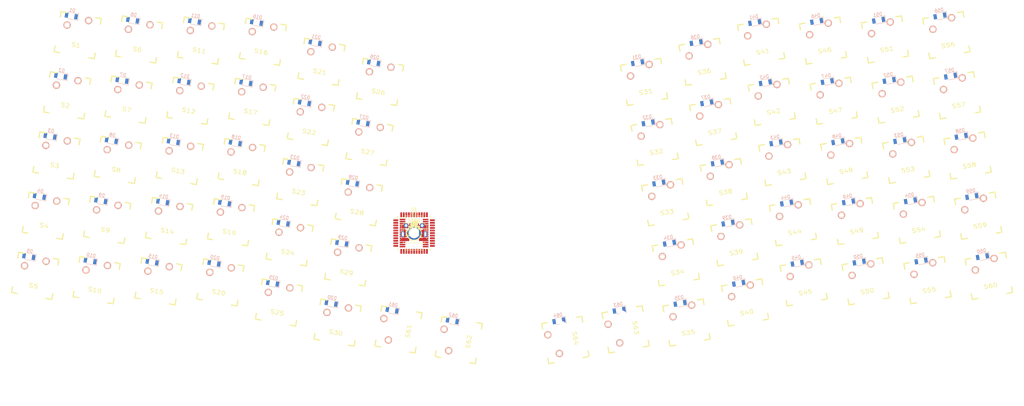
<source format=kicad_pcb>
(kicad_pcb (version 4) (host pcbnew 4.0.6)
  (layers (0 F.Cu signal) (31 B.Cu signal) (34 B.Paste user) (35 F.Paste user) (36 B.SilkS user) (37 F.SilkS user) (38 B.Mask user) (39 F.Mask user) (44 Edge.Cuts user))
  (net 0 "")
  (net 1 "Net-(C1-Pad1)")
  (net 2 GND)
  (net 3 "Net-(C2-Pad1)")
  (net 4 +3V3)
  (net 5 COL0)
  (net 6 "Net-(D1-Pad2)")
  (net 7 "Net-(D2-Pad2)")
  (net 8 "Net-(D3-Pad2)")
  (net 9 "Net-(D4-Pad2)")
  (net 10 "Net-(D5-Pad2)")
  (net 11 COL1)
  (net 12 "Net-(D6-Pad2)")
  (net 13 "Net-(D7-Pad2)")
  (net 14 "Net-(D8-Pad2)")
  (net 15 "Net-(D9-Pad2)")
  (net 16 "Net-(D10-Pad2)")
  (net 17 COL2)
  (net 18 "Net-(D11-Pad2)")
  (net 19 "Net-(D12-Pad2)")
  (net 20 "Net-(D13-Pad2)")
  (net 21 "Net-(D14-Pad2)")
  (net 22 "Net-(D15-Pad2)")
  (net 23 COL3)
  (net 24 "Net-(D16-Pad2)")
  (net 25 "Net-(D17-Pad2)")
  (net 26 "Net-(D18-Pad2)")
  (net 27 "Net-(D19-Pad2)")
  (net 28 "Net-(D20-Pad2)")
  (net 29 COL4)
  (net 30 "Net-(D21-Pad2)")
  (net 31 "Net-(D22-Pad2)")
  (net 32 "Net-(D23-Pad2)")
  (net 33 "Net-(D24-Pad2)")
  (net 34 "Net-(D25-Pad2)")
  (net 35 COL5)
  (net 36 "Net-(D26-Pad2)")
  (net 37 "Net-(D27-Pad2)")
  (net 38 "Net-(D28-Pad2)")
  (net 39 "Net-(D29-Pad2)")
  (net 40 "Net-(D30-Pad2)")
  (net 41 COL6)
  (net 42 "Net-(D31-Pad2)")
  (net 43 "Net-(D32-Pad2)")
  (net 44 "Net-(D33-Pad2)")
  (net 45 "Net-(D34-Pad2)")
  (net 46 "Net-(D35-Pad2)")
  (net 47 COL7)
  (net 48 "Net-(D36-Pad2)")
  (net 49 "Net-(D37-Pad2)")
  (net 50 "Net-(D38-Pad2)")
  (net 51 "Net-(D39-Pad2)")
  (net 52 "Net-(D40-Pad2)")
  (net 53 COL8)
  (net 54 "Net-(D41-Pad2)")
  (net 55 "Net-(D42-Pad2)")
  (net 56 "Net-(D43-Pad2)")
  (net 57 "Net-(D44-Pad2)")
  (net 58 "Net-(D45-Pad2)")
  (net 59 COL9)
  (net 60 "Net-(D46-Pad2)")
  (net 61 "Net-(D47-Pad2)")
  (net 62 "Net-(D48-Pad2)")
  (net 63 "Net-(D49-Pad2)")
  (net 64 "Net-(D50-Pad2)")
  (net 65 COL10)
  (net 66 "Net-(D51-Pad2)")
  (net 67 "Net-(D52-Pad2)")
  (net 68 "Net-(D53-Pad2)")
  (net 69 "Net-(D54-Pad2)")
  (net 70 "Net-(D55-Pad2)")
  (net 71 COL11)
  (net 72 "Net-(D56-Pad2)")
  (net 73 "Net-(D57-Pad2)")
  (net 74 "Net-(D58-Pad2)")
  (net 75 "Net-(D59-Pad2)")
  (net 76 "Net-(D60-Pad2)")
  (net 77 COL12)
  (net 78 "Net-(D61-Pad2)")
  (net 79 "Net-(D62-Pad2)")
  (net 80 "Net-(D63-Pad2)")
  (net 81 "Net-(D64-Pad2)")
  (net 82 "Net-(D100-Pad2)")
  (net 83 "Net-(D101-Pad2)")
  (net 84 "Net-(D102-Pad2)")
  (net 85 +5V)
  (net 86 "Net-(F1-Pad2)")
  (net 87 "Net-(J1-Pad6)")
  (net 88 "Net-(J1-Pad2)")
  (net 89 "Net-(J1-Pad3)")
  (net 90 /PB5)
  (net 91 /PB6)
  (net 92 /PB7)
  (net 93 /PC6)
  (net 94 /PC7)
  (net 95 /PD2)
  (net 96 /PD3)
  (net 97 /PD4)
  (net 98 /PD5)
  (net 99 /PD6)
  (net 100 /PD7)
  (net 101 /PE6)
  (net 102 /PF0)
  (net 103 /PF1)
  (net 104 /PF4)
  (net 105 /PF5)
  (net 106 /PF6)
  (net 107 /PF7)
  (net 108 SCL)
  (net 109 SDA)
  (net 110 "Net-(R6-Pad1)")
  (net 111 "Net-(R7-Pad1)")
  (net 112 "Net-(R8-Pad2)")
  (net 113 ROW0)
  (net 114 ROW1)
  (net 115 ROW2)
  (net 116 ROW3)
  (net 117 /KEYS/KCEB/ROW)
  (net 118 "Net-(S100-Pad2)")
  (net 119 VCC)
  (module Capacitors_SMD:C_1206_HandSoldering (layer F.Cu) (at 148.5011 105.0036)
    (fp_text reference C1 (at 0 -1.75) (layer F.SilkS))
    (fp_text value 18pF)
    (pad 1 smd rect (at -2 0) (size 2 1.6) (layers F.Cu F.Paste F.Mask) (net 1 "Net-(C1-Pad1)"))
    (pad 2 smd rect (at 2 0) (size 2 1.6) (layers F.Cu F.Paste F.Mask) (net 2 GND))
  )
  (module Capacitors_SMD:C_1206_HandSoldering (layer F.Cu) (at 148.5011 105.0036)
    (fp_text reference C2 (at 0 -1.75) (layer F.SilkS))
    (fp_text value 18pF)
    (pad 1 smd rect (at -2 0) (size 2 1.6) (layers F.Cu F.Paste F.Mask) (net 3 "Net-(C2-Pad1)"))
    (pad 2 smd rect (at 2 0) (size 2 1.6) (layers F.Cu F.Paste F.Mask) (net 2 GND))
  )
  (module Capacitors_SMD:C_1206_HandSoldering (layer F.Cu) (at 148.5011 105.0036)
    (fp_text reference C3 (at 0 -1.75) (layer F.SilkS))
    (fp_text value 1uF)
    (pad 1 smd rect (at -2 0) (size 2 1.6) (layers F.Cu F.Paste F.Mask) (net 4 +3V3))
    (pad 2 smd rect (at 2 0) (size 2 1.6) (layers F.Cu F.Paste F.Mask) (net 2 GND))
  )
  (module Diodes_SMD:D_1206 (layer B.Cu) (at 41.760587 37.307997 170)
    (fp_text reference D1 (at 0 1.8 170) (layer B.SilkS) (effects (justify mirror)))
    (fp_text value D_Small)
    (pad 1 smd rect (at -1.5 0 170) (size 1 1.6) (layers B.Cu B.Paste B.Mask) (net 5 COL0))
    (pad 2 smd rect (at 1.5 0 170) (size 1 1.6) (layers B.Cu B.Paste B.Mask) (net 6 "Net-(D1-Pad2)"))
  )
  (module Diodes_SMD:D_1206 (layer B.Cu) (at 38.452589 56.068585 170)
    (fp_text reference D2 (at 0 1.8 170) (layer B.SilkS) (effects (justify mirror)))
    (fp_text value D_Small)
    (pad 1 smd rect (at -1.5 0 170) (size 1 1.6) (layers B.Cu B.Paste B.Mask) (net 5 COL0))
    (pad 2 smd rect (at 1.5 0 170) (size 1 1.6) (layers B.Cu B.Paste B.Mask) (net 7 "Net-(D2-Pad2)"))
  )
  (module Diodes_SMD:D_1206 (layer B.Cu) (at 35.144591 74.829173 170)
    (fp_text reference D3 (at 0 1.8 170) (layer B.SilkS) (effects (justify mirror)))
    (fp_text value D_Small)
    (pad 1 smd rect (at -1.5 0 170) (size 1 1.6) (layers B.Cu B.Paste B.Mask) (net 5 COL0))
    (pad 2 smd rect (at 1.5 0 170) (size 1 1.6) (layers B.Cu B.Paste B.Mask) (net 8 "Net-(D3-Pad2)"))
  )
  (module Diodes_SMD:D_1206 (layer B.Cu) (at 31.836593 93.589761 170)
    (fp_text reference D4 (at 0 1.8 170) (layer B.SilkS) (effects (justify mirror)))
    (fp_text value D_Small)
    (pad 1 smd rect (at -1.5 0 170) (size 1 1.6) (layers B.Cu B.Paste B.Mask) (net 5 COL0))
    (pad 2 smd rect (at 1.5 0 170) (size 1 1.6) (layers B.Cu B.Paste B.Mask) (net 9 "Net-(D4-Pad2)"))
  )
  (module Diodes_SMD:D_1206 (layer B.Cu) (at 28.528595 112.350349 170)
    (fp_text reference D5 (at 0 1.8 170) (layer B.SilkS) (effects (justify mirror)))
    (fp_text value D_Small)
    (pad 1 smd rect (at -1.5 0 170) (size 1 1.6) (layers B.Cu B.Paste B.Mask) (net 5 COL0))
    (pad 2 smd rect (at 1.5 0 170) (size 1 1.6) (layers B.Cu B.Paste B.Mask) (net 10 "Net-(D5-Pad2)"))
  )
  (module Diodes_SMD:D_1206 (layer B.Cu) (at 60.868471 38.646379 170)
    (fp_text reference D6 (at 0 1.8 170) (layer B.SilkS) (effects (justify mirror)))
    (fp_text value D_Small)
    (pad 1 smd rect (at -1.5 0 170) (size 1 1.6) (layers B.Cu B.Paste B.Mask) (net 11 COL1))
    (pad 2 smd rect (at 1.5 0 170) (size 1 1.6) (layers B.Cu B.Paste B.Mask) (net 12 "Net-(D6-Pad2)"))
  )
  (module Diodes_SMD:D_1206 (layer B.Cu) (at 57.560473 57.406967 170)
    (fp_text reference D7 (at 0 1.8 170) (layer B.SilkS) (effects (justify mirror)))
    (fp_text value D_Small)
    (pad 1 smd rect (at -1.5 0 170) (size 1 1.6) (layers B.Cu B.Paste B.Mask) (net 11 COL1))
    (pad 2 smd rect (at 1.5 0 170) (size 1 1.6) (layers B.Cu B.Paste B.Mask) (net 13 "Net-(D7-Pad2)"))
  )
  (module Diodes_SMD:D_1206 (layer B.Cu) (at 54.252475 76.167555 170)
    (fp_text reference D8 (at 0 1.8 170) (layer B.SilkS) (effects (justify mirror)))
    (fp_text value D_Small)
    (pad 1 smd rect (at -1.5 0 170) (size 1 1.6) (layers B.Cu B.Paste B.Mask) (net 11 COL1))
    (pad 2 smd rect (at 1.5 0 170) (size 1 1.6) (layers B.Cu B.Paste B.Mask) (net 14 "Net-(D8-Pad2)"))
  )
  (module Diodes_SMD:D_1206 (layer B.Cu) (at 50.944477 94.928143 170)
    (fp_text reference D9 (at 0 1.8 170) (layer B.SilkS) (effects (justify mirror)))
    (fp_text value D_Small)
    (pad 1 smd rect (at -1.5 0 170) (size 1 1.6) (layers B.Cu B.Paste B.Mask) (net 11 COL1))
    (pad 2 smd rect (at 1.5 0 170) (size 1 1.6) (layers B.Cu B.Paste B.Mask) (net 15 "Net-(D9-Pad2)"))
  )
  (module Diodes_SMD:D_1206 (layer B.Cu) (at 47.636479 113.688731 170)
    (fp_text reference D10 (at 0 1.8 170) (layer B.SilkS) (effects (justify mirror)))
    (fp_text value D_Small)
    (pad 1 smd rect (at -1.5 0 170) (size 1 1.6) (layers B.Cu B.Paste B.Mask) (net 11 COL1))
    (pad 2 smd rect (at 1.5 0 170) (size 1 1.6) (layers B.Cu B.Paste B.Mask) (net 16 "Net-(D10-Pad2)"))
  )
  (module Diodes_SMD:D_1206 (layer B.Cu) (at 80.150003 38.999953 170)
    (fp_text reference D11 (at 0 1.8 170) (layer B.SilkS) (effects (justify mirror)))
    (fp_text value D_Small)
    (pad 1 smd rect (at -1.5 0 170) (size 1 1.6) (layers B.Cu B.Paste B.Mask) (net 17 COL2))
    (pad 2 smd rect (at 1.5 0 170) (size 1 1.6) (layers B.Cu B.Paste B.Mask) (net 18 "Net-(D11-Pad2)"))
  )
  (module Diodes_SMD:D_1206 (layer B.Cu) (at 76.842005 57.760541 170)
    (fp_text reference D12 (at 0 1.8 170) (layer B.SilkS) (effects (justify mirror)))
    (fp_text value D_Small)
    (pad 1 smd rect (at -1.5 0 170) (size 1 1.6) (layers B.Cu B.Paste B.Mask) (net 17 COL2))
    (pad 2 smd rect (at 1.5 0 170) (size 1 1.6) (layers B.Cu B.Paste B.Mask) (net 19 "Net-(D12-Pad2)"))
  )
  (module Diodes_SMD:D_1206 (layer B.Cu) (at 73.534007 76.521129 170)
    (fp_text reference D13 (at 0 1.8 170) (layer B.SilkS) (effects (justify mirror)))
    (fp_text value D_Small)
    (pad 1 smd rect (at -1.5 0 170) (size 1 1.6) (layers B.Cu B.Paste B.Mask) (net 17 COL2))
    (pad 2 smd rect (at 1.5 0 170) (size 1 1.6) (layers B.Cu B.Paste B.Mask) (net 20 "Net-(D13-Pad2)"))
  )
  (module Diodes_SMD:D_1206 (layer B.Cu) (at 70.226009 95.281717 170)
    (fp_text reference D14 (at 0 1.8 170) (layer B.SilkS) (effects (justify mirror)))
    (fp_text value D_Small)
    (pad 1 smd rect (at -1.5 0 170) (size 1 1.6) (layers B.Cu B.Paste B.Mask) (net 17 COL2))
    (pad 2 smd rect (at 1.5 0 170) (size 1 1.6) (layers B.Cu B.Paste B.Mask) (net 21 "Net-(D14-Pad2)"))
  )
  (module Diodes_SMD:D_1206 (layer B.Cu) (at 66.918011 114.042305 170)
    (fp_text reference D15 (at 0 1.8 170) (layer B.SilkS) (effects (justify mirror)))
    (fp_text value D_Small)
    (pad 1 smd rect (at -1.5 0 170) (size 1 1.6) (layers B.Cu B.Paste B.Mask) (net 17 COL2))
    (pad 2 smd rect (at 1.5 0 170) (size 1 1.6) (layers B.Cu B.Paste B.Mask) (net 22 "Net-(D15-Pad2)"))
  )
  (module Diodes_SMD:D_1206 (layer B.Cu) (at 99.431535 39.353527 170)
    (fp_text reference D16 (at 0 1.8 170) (layer B.SilkS) (effects (justify mirror)))
    (fp_text value D_Small)
    (pad 1 smd rect (at -1.5 0 170) (size 1 1.6) (layers B.Cu B.Paste B.Mask) (net 23 COL3))
    (pad 2 smd rect (at 1.5 0 170) (size 1 1.6) (layers B.Cu B.Paste B.Mask) (net 24 "Net-(D16-Pad2)"))
  )
  (module Diodes_SMD:D_1206 (layer B.Cu) (at 96.123537 58.114115 170)
    (fp_text reference D17 (at 0 1.8 170) (layer B.SilkS) (effects (justify mirror)))
    (fp_text value D_Small)
    (pad 1 smd rect (at -1.5 0 170) (size 1 1.6) (layers B.Cu B.Paste B.Mask) (net 23 COL3))
    (pad 2 smd rect (at 1.5 0 170) (size 1 1.6) (layers B.Cu B.Paste B.Mask) (net 25 "Net-(D17-Pad2)"))
  )
  (module Diodes_SMD:D_1206 (layer B.Cu) (at 92.815539 76.874703 170)
    (fp_text reference D18 (at 0 1.8 170) (layer B.SilkS) (effects (justify mirror)))
    (fp_text value D_Small)
    (pad 1 smd rect (at -1.5 0 170) (size 1 1.6) (layers B.Cu B.Paste B.Mask) (net 23 COL3))
    (pad 2 smd rect (at 1.5 0 170) (size 1 1.6) (layers B.Cu B.Paste B.Mask) (net 26 "Net-(D18-Pad2)"))
  )
  (module Diodes_SMD:D_1206 (layer B.Cu) (at 89.507541 95.635291 170)
    (fp_text reference D19 (at 0 1.8 170) (layer B.SilkS) (effects (justify mirror)))
    (fp_text value D_Small)
    (pad 1 smd rect (at -1.5 0 170) (size 1 1.6) (layers B.Cu B.Paste B.Mask) (net 23 COL3))
    (pad 2 smd rect (at 1.5 0 170) (size 1 1.6) (layers B.Cu B.Paste B.Mask) (net 27 "Net-(D19-Pad2)"))
  )
  (module Diodes_SMD:D_1206 (layer B.Cu) (at 86.199543 114.395879 170)
    (fp_text reference D20 (at 0 1.8 170) (layer B.SilkS) (effects (justify mirror)))
    (fp_text value D_Small)
    (pad 1 smd rect (at -1.5 0 170) (size 1 1.6) (layers B.Cu B.Paste B.Mask) (net 23 COL3))
    (pad 2 smd rect (at 1.5 0 170) (size 1 1.6) (layers B.Cu B.Paste B.Mask) (net 28 "Net-(D20-Pad2)"))
  )
  (module Diodes_SMD:D_1206 (layer B.Cu) (at 117.671178 45.615948 170)
    (fp_text reference D21 (at 0 1.8 170) (layer B.SilkS) (effects (justify mirror)))
    (fp_text value D_Small)
    (pad 1 smd rect (at -1.5 0 170) (size 1 1.6) (layers B.Cu B.Paste B.Mask) (net 29 COL4))
    (pad 2 smd rect (at 1.5 0 170) (size 1 1.6) (layers B.Cu B.Paste B.Mask) (net 30 "Net-(D21-Pad2)"))
  )
  (module Diodes_SMD:D_1206 (layer B.Cu) (at 114.36318 64.376536 170)
    (fp_text reference D22 (at 0 1.8 170) (layer B.SilkS) (effects (justify mirror)))
    (fp_text value D_Small)
    (pad 1 smd rect (at -1.5 0 170) (size 1 1.6) (layers B.Cu B.Paste B.Mask) (net 29 COL4))
    (pad 2 smd rect (at 1.5 0 170) (size 1 1.6) (layers B.Cu B.Paste B.Mask) (net 31 "Net-(D22-Pad2)"))
  )
  (module Diodes_SMD:D_1206 (layer B.Cu) (at 111.055182 83.137124 170)
    (fp_text reference D23 (at 0 1.8 170) (layer B.SilkS) (effects (justify mirror)))
    (fp_text value D_Small)
    (pad 1 smd rect (at -1.5 0 170) (size 1 1.6) (layers B.Cu B.Paste B.Mask) (net 29 COL4))
    (pad 2 smd rect (at 1.5 0 170) (size 1 1.6) (layers B.Cu B.Paste B.Mask) (net 32 "Net-(D23-Pad2)"))
  )
  (module Diodes_SMD:D_1206 (layer B.Cu) (at 107.747184 101.897712 170)
    (fp_text reference D24 (at 0 1.8 170) (layer B.SilkS) (effects (justify mirror)))
    (fp_text value D_Small)
    (pad 1 smd rect (at -1.5 0 170) (size 1 1.6) (layers B.Cu B.Paste B.Mask) (net 29 COL4))
    (pad 2 smd rect (at 1.5 0 170) (size 1 1.6) (layers B.Cu B.Paste B.Mask) (net 33 "Net-(D24-Pad2)"))
  )
  (module Diodes_SMD:D_1206 (layer B.Cu) (at 104.439186 120.6583 170)
    (fp_text reference D25 (at 0 1.8 170) (layer B.SilkS) (effects (justify mirror)))
    (fp_text value D_Small)
    (pad 1 smd rect (at -1.5 0 170) (size 1 1.6) (layers B.Cu B.Paste B.Mask) (net 29 COL4))
    (pad 2 smd rect (at 1.5 0 170) (size 1 1.6) (layers B.Cu B.Paste B.Mask) (net 34 "Net-(D25-Pad2)"))
  )
  (module Diodes_SMD:D_1206 (layer B.Cu) (at 135.910821 51.878369 170)
    (fp_text reference D26 (at 0 1.8 170) (layer B.SilkS) (effects (justify mirror)))
    (fp_text value D_Small)
    (pad 1 smd rect (at -1.5 0 170) (size 1 1.6) (layers B.Cu B.Paste B.Mask) (net 35 COL5))
    (pad 2 smd rect (at 1.5 0 170) (size 1 1.6) (layers B.Cu B.Paste B.Mask) (net 36 "Net-(D26-Pad2)"))
  )
  (module Diodes_SMD:D_1206 (layer B.Cu) (at 132.602823 70.638957 170)
    (fp_text reference D27 (at 0 1.8 170) (layer B.SilkS) (effects (justify mirror)))
    (fp_text value D_Small)
    (pad 1 smd rect (at -1.5 0 170) (size 1 1.6) (layers B.Cu B.Paste B.Mask) (net 35 COL5))
    (pad 2 smd rect (at 1.5 0 170) (size 1 1.6) (layers B.Cu B.Paste B.Mask) (net 37 "Net-(D27-Pad2)"))
  )
  (module Diodes_SMD:D_1206 (layer B.Cu) (at 129.294825 89.399545 170)
    (fp_text reference D28 (at 0 1.8 170) (layer B.SilkS) (effects (justify mirror)))
    (fp_text value D_Small)
    (pad 1 smd rect (at -1.5 0 170) (size 1 1.6) (layers B.Cu B.Paste B.Mask) (net 35 COL5))
    (pad 2 smd rect (at 1.5 0 170) (size 1 1.6) (layers B.Cu B.Paste B.Mask) (net 38 "Net-(D28-Pad2)"))
  )
  (module Diodes_SMD:D_1206 (layer B.Cu) (at 125.986827 108.160133 170)
    (fp_text reference D29 (at 0 1.8 170) (layer B.SilkS) (effects (justify mirror)))
    (fp_text value D_Small)
    (pad 1 smd rect (at -1.5 0 170) (size 1 1.6) (layers B.Cu B.Paste B.Mask) (net 35 COL5))
    (pad 2 smd rect (at 1.5 0 170) (size 1 1.6) (layers B.Cu B.Paste B.Mask) (net 39 "Net-(D29-Pad2)"))
  )
  (module Diodes_SMD:D_1206 (layer B.Cu) (at 122.678829 126.920721 170)
    (fp_text reference D30 (at 0 1.8 170) (layer B.SilkS) (effects (justify mirror)))
    (fp_text value D_Small)
    (pad 1 smd rect (at -1.5 0 170) (size 1 1.6) (layers B.Cu B.Paste B.Mask) (net 35 COL5))
    (pad 2 smd rect (at 1.5 0 170) (size 1 1.6) (layers B.Cu B.Paste B.Mask) (net 40 "Net-(D30-Pad2)"))
  )
  (module Diodes_SMD:D_1206 (layer B.Cu) (at 218.089173 51.878369 190)
    (fp_text reference D31 (at 0 1.8 190) (layer B.SilkS) (effects (justify mirror)))
    (fp_text value D_Small)
    (pad 1 smd rect (at -1.5 0 190) (size 1 1.6) (layers B.Cu B.Paste B.Mask) (net 41 COL6))
    (pad 2 smd rect (at 1.5 0 190) (size 1 1.6) (layers B.Cu B.Paste B.Mask) (net 42 "Net-(D31-Pad2)"))
  )
  (module Diodes_SMD:D_1206 (layer B.Cu) (at 221.397171 70.638957 190)
    (fp_text reference D32 (at 0 1.8 190) (layer B.SilkS) (effects (justify mirror)))
    (fp_text value D_Small)
    (pad 1 smd rect (at -1.5 0 190) (size 1 1.6) (layers B.Cu B.Paste B.Mask) (net 41 COL6))
    (pad 2 smd rect (at 1.5 0 190) (size 1 1.6) (layers B.Cu B.Paste B.Mask) (net 43 "Net-(D32-Pad2)"))
  )
  (module Diodes_SMD:D_1206 (layer B.Cu) (at 224.705169 89.399545 190)
    (fp_text reference D33 (at 0 1.8 190) (layer B.SilkS) (effects (justify mirror)))
    (fp_text value D_Small)
    (pad 1 smd rect (at -1.5 0 190) (size 1 1.6) (layers B.Cu B.Paste B.Mask) (net 41 COL6))
    (pad 2 smd rect (at 1.5 0 190) (size 1 1.6) (layers B.Cu B.Paste B.Mask) (net 44 "Net-(D33-Pad2)"))
  )
  (module Diodes_SMD:D_1206 (layer B.Cu) (at 228.013167 108.160133 190)
    (fp_text reference D34 (at 0 1.8 190) (layer B.SilkS) (effects (justify mirror)))
    (fp_text value D_Small)
    (pad 1 smd rect (at -1.5 0 190) (size 1 1.6) (layers B.Cu B.Paste B.Mask) (net 41 COL6))
    (pad 2 smd rect (at 1.5 0 190) (size 1 1.6) (layers B.Cu B.Paste B.Mask) (net 45 "Net-(D34-Pad2)"))
  )
  (module Diodes_SMD:D_1206 (layer B.Cu) (at 231.321165 126.920721 190)
    (fp_text reference D35 (at 0 1.8 190) (layer B.SilkS) (effects (justify mirror)))
    (fp_text value D_Small)
    (pad 1 smd rect (at -1.5 0 190) (size 1 1.6) (layers B.Cu B.Paste B.Mask) (net 41 COL6))
    (pad 2 smd rect (at 1.5 0 190) (size 1 1.6) (layers B.Cu B.Paste B.Mask) (net 46 "Net-(D35-Pad2)"))
  )
  (module Diodes_SMD:D_1206 (layer B.Cu) (at 236.328817 45.615948 190)
    (fp_text reference D36 (at 0 1.8 190) (layer B.SilkS) (effects (justify mirror)))
    (fp_text value D_Small)
    (pad 1 smd rect (at -1.5 0 190) (size 1 1.6) (layers B.Cu B.Paste B.Mask) (net 47 COL7))
    (pad 2 smd rect (at 1.5 0 190) (size 1 1.6) (layers B.Cu B.Paste B.Mask) (net 48 "Net-(D36-Pad2)"))
  )
  (module Diodes_SMD:D_1206 (layer B.Cu) (at 239.636815 64.376536 190)
    (fp_text reference D37 (at 0 1.8 190) (layer B.SilkS) (effects (justify mirror)))
    (fp_text value D_Small)
    (pad 1 smd rect (at -1.5 0 190) (size 1 1.6) (layers B.Cu B.Paste B.Mask) (net 47 COL7))
    (pad 2 smd rect (at 1.5 0 190) (size 1 1.6) (layers B.Cu B.Paste B.Mask) (net 49 "Net-(D37-Pad2)"))
  )
  (module Diodes_SMD:D_1206 (layer B.Cu) (at 242.944813 83.137124 190)
    (fp_text reference D38 (at 0 1.8 190) (layer B.SilkS) (effects (justify mirror)))
    (fp_text value D_Small)
    (pad 1 smd rect (at -1.5 0 190) (size 1 1.6) (layers B.Cu B.Paste B.Mask) (net 47 COL7))
    (pad 2 smd rect (at 1.5 0 190) (size 1 1.6) (layers B.Cu B.Paste B.Mask) (net 50 "Net-(D38-Pad2)"))
  )
  (module Diodes_SMD:D_1206 (layer B.Cu) (at 246.252811 101.897712 190)
    (fp_text reference D39 (at 0 1.8 190) (layer B.SilkS) (effects (justify mirror)))
    (fp_text value D_Small)
    (pad 1 smd rect (at -1.5 0 190) (size 1 1.6) (layers B.Cu B.Paste B.Mask) (net 47 COL7))
    (pad 2 smd rect (at 1.5 0 190) (size 1 1.6) (layers B.Cu B.Paste B.Mask) (net 51 "Net-(D39-Pad2)"))
  )
  (module Diodes_SMD:D_1206 (layer B.Cu) (at 249.560809 120.6583 190)
    (fp_text reference D40 (at 0 1.8 190) (layer B.SilkS) (effects (justify mirror)))
    (fp_text value D_Small)
    (pad 1 smd rect (at -1.5 0 190) (size 1 1.6) (layers B.Cu B.Paste B.Mask) (net 47 COL7))
    (pad 2 smd rect (at 1.5 0 190) (size 1 1.6) (layers B.Cu B.Paste B.Mask) (net 52 "Net-(D40-Pad2)"))
  )
  (module Diodes_SMD:D_1206 (layer B.Cu) (at 254.568461 39.353527 190)
    (fp_text reference D41 (at 0 1.8 190) (layer B.SilkS) (effects (justify mirror)))
    (fp_text value D_Small)
    (pad 1 smd rect (at -1.5 0 190) (size 1 1.6) (layers B.Cu B.Paste B.Mask) (net 53 COL8))
    (pad 2 smd rect (at 1.5 0 190) (size 1 1.6) (layers B.Cu B.Paste B.Mask) (net 54 "Net-(D41-Pad2)"))
  )
  (module Diodes_SMD:D_1206 (layer B.Cu) (at 257.876459 58.114115 190)
    (fp_text reference D42 (at 0 1.8 190) (layer B.SilkS) (effects (justify mirror)))
    (fp_text value D_Small)
    (pad 1 smd rect (at -1.5 0 190) (size 1 1.6) (layers B.Cu B.Paste B.Mask) (net 53 COL8))
    (pad 2 smd rect (at 1.5 0 190) (size 1 1.6) (layers B.Cu B.Paste B.Mask) (net 55 "Net-(D42-Pad2)"))
  )
  (module Diodes_SMD:D_1206 (layer B.Cu) (at 261.184457 76.874703 190)
    (fp_text reference D43 (at 0 1.8 190) (layer B.SilkS) (effects (justify mirror)))
    (fp_text value D_Small)
    (pad 1 smd rect (at -1.5 0 190) (size 1 1.6) (layers B.Cu B.Paste B.Mask) (net 53 COL8))
    (pad 2 smd rect (at 1.5 0 190) (size 1 1.6) (layers B.Cu B.Paste B.Mask) (net 56 "Net-(D43-Pad2)"))
  )
  (module Diodes_SMD:D_1206 (layer B.Cu) (at 264.492455 95.635291 190)
    (fp_text reference D44 (at 0 1.8 190) (layer B.SilkS) (effects (justify mirror)))
    (fp_text value D_Small)
    (pad 1 smd rect (at -1.5 0 190) (size 1 1.6) (layers B.Cu B.Paste B.Mask) (net 53 COL8))
    (pad 2 smd rect (at 1.5 0 190) (size 1 1.6) (layers B.Cu B.Paste B.Mask) (net 57 "Net-(D44-Pad2)"))
  )
  (module Diodes_SMD:D_1206 (layer B.Cu) (at 267.800453 114.395879 190)
    (fp_text reference D45 (at 0 1.8 190) (layer B.SilkS) (effects (justify mirror)))
    (fp_text value D_Small)
    (pad 1 smd rect (at -1.5 0 190) (size 1 1.6) (layers B.Cu B.Paste B.Mask) (net 53 COL8))
    (pad 2 smd rect (at 1.5 0 190) (size 1 1.6) (layers B.Cu B.Paste B.Mask) (net 58 "Net-(D45-Pad2)"))
  )
  (module Diodes_SMD:D_1206 (layer B.Cu) (at 273.849994 38.999953 190)
    (fp_text reference D46 (at 0 1.8 190) (layer B.SilkS) (effects (justify mirror)))
    (fp_text value D_Small)
    (pad 1 smd rect (at -1.5 0 190) (size 1 1.6) (layers B.Cu B.Paste B.Mask) (net 59 COL9))
    (pad 2 smd rect (at 1.5 0 190) (size 1 1.6) (layers B.Cu B.Paste B.Mask) (net 60 "Net-(D46-Pad2)"))
  )
  (module Diodes_SMD:D_1206 (layer B.Cu) (at 277.157992 57.760541 190)
    (fp_text reference D47 (at 0 1.8 190) (layer B.SilkS) (effects (justify mirror)))
    (fp_text value D_Small)
    (pad 1 smd rect (at -1.5 0 190) (size 1 1.6) (layers B.Cu B.Paste B.Mask) (net 59 COL9))
    (pad 2 smd rect (at 1.5 0 190) (size 1 1.6) (layers B.Cu B.Paste B.Mask) (net 61 "Net-(D47-Pad2)"))
  )
  (module Diodes_SMD:D_1206 (layer B.Cu) (at 280.46599 76.521129 190)
    (fp_text reference D48 (at 0 1.8 190) (layer B.SilkS) (effects (justify mirror)))
    (fp_text value D_Small)
    (pad 1 smd rect (at -1.5 0 190) (size 1 1.6) (layers B.Cu B.Paste B.Mask) (net 59 COL9))
    (pad 2 smd rect (at 1.5 0 190) (size 1 1.6) (layers B.Cu B.Paste B.Mask) (net 62 "Net-(D48-Pad2)"))
  )
  (module Diodes_SMD:D_1206 (layer B.Cu) (at 283.773988 95.281717 190)
    (fp_text reference D49 (at 0 1.8 190) (layer B.SilkS) (effects (justify mirror)))
    (fp_text value D_Small)
    (pad 1 smd rect (at -1.5 0 190) (size 1 1.6) (layers B.Cu B.Paste B.Mask) (net 59 COL9))
    (pad 2 smd rect (at 1.5 0 190) (size 1 1.6) (layers B.Cu B.Paste B.Mask) (net 63 "Net-(D49-Pad2)"))
  )
  (module Diodes_SMD:D_1206 (layer B.Cu) (at 287.081986 114.042305 190)
    (fp_text reference D50 (at 0 1.8 190) (layer B.SilkS) (effects (justify mirror)))
    (fp_text value D_Small)
    (pad 1 smd rect (at -1.5 0 190) (size 1 1.6) (layers B.Cu B.Paste B.Mask) (net 59 COL9))
    (pad 2 smd rect (at 1.5 0 190) (size 1 1.6) (layers B.Cu B.Paste B.Mask) (net 64 "Net-(D50-Pad2)"))
  )
  (module Diodes_SMD:D_1206 (layer B.Cu) (at 293.131527 38.646379 190)
    (fp_text reference D51 (at 0 1.8 190) (layer B.SilkS) (effects (justify mirror)))
    (fp_text value D_Small)
    (pad 1 smd rect (at -1.5 0 190) (size 1 1.6) (layers B.Cu B.Paste B.Mask) (net 65 COL10))
    (pad 2 smd rect (at 1.5 0 190) (size 1 1.6) (layers B.Cu B.Paste B.Mask) (net 66 "Net-(D51-Pad2)"))
  )
  (module Diodes_SMD:D_1206 (layer B.Cu) (at 296.439525 57.406967 190)
    (fp_text reference D52 (at 0 1.8 190) (layer B.SilkS) (effects (justify mirror)))
    (fp_text value D_Small)
    (pad 1 smd rect (at -1.5 0 190) (size 1 1.6) (layers B.Cu B.Paste B.Mask) (net 65 COL10))
    (pad 2 smd rect (at 1.5 0 190) (size 1 1.6) (layers B.Cu B.Paste B.Mask) (net 67 "Net-(D52-Pad2)"))
  )
  (module Diodes_SMD:D_1206 (layer B.Cu) (at 299.747523 76.167555 190)
    (fp_text reference D53 (at 0 1.8 190) (layer B.SilkS) (effects (justify mirror)))
    (fp_text value D_Small)
    (pad 1 smd rect (at -1.5 0 190) (size 1 1.6) (layers B.Cu B.Paste B.Mask) (net 65 COL10))
    (pad 2 smd rect (at 1.5 0 190) (size 1 1.6) (layers B.Cu B.Paste B.Mask) (net 68 "Net-(D53-Pad2)"))
  )
  (module Diodes_SMD:D_1206 (layer B.Cu) (at 303.055521 94.928143 190)
    (fp_text reference D54 (at 0 1.8 190) (layer B.SilkS) (effects (justify mirror)))
    (fp_text value D_Small)
    (pad 1 smd rect (at -1.5 0 190) (size 1 1.6) (layers B.Cu B.Paste B.Mask) (net 65 COL10))
    (pad 2 smd rect (at 1.5 0 190) (size 1 1.6) (layers B.Cu B.Paste B.Mask) (net 69 "Net-(D54-Pad2)"))
  )
  (module Diodes_SMD:D_1206 (layer B.Cu) (at 306.363519 113.688731 190)
    (fp_text reference D55 (at 0 1.8 190) (layer B.SilkS) (effects (justify mirror)))
    (fp_text value D_Small)
    (pad 1 smd rect (at -1.5 0 190) (size 1 1.6) (layers B.Cu B.Paste B.Mask) (net 65 COL10))
    (pad 2 smd rect (at 1.5 0 190) (size 1 1.6) (layers B.Cu B.Paste B.Mask) (net 70 "Net-(D55-Pad2)"))
  )
  (module Diodes_SMD:D_1206 (layer B.Cu) (at 312.239412 37.307997 190)
    (fp_text reference D56 (at 0 1.8 190) (layer B.SilkS) (effects (justify mirror)))
    (fp_text value D_Small)
    (pad 1 smd rect (at -1.5 0 190) (size 1 1.6) (layers B.Cu B.Paste B.Mask) (net 71 COL11))
    (pad 2 smd rect (at 1.5 0 190) (size 1 1.6) (layers B.Cu B.Paste B.Mask) (net 72 "Net-(D56-Pad2)"))
  )
  (module Diodes_SMD:D_1206 (layer B.Cu) (at 315.54741 56.068585 190)
    (fp_text reference D57 (at 0 1.8 190) (layer B.SilkS) (effects (justify mirror)))
    (fp_text value D_Small)
    (pad 1 smd rect (at -1.5 0 190) (size 1 1.6) (layers B.Cu B.Paste B.Mask) (net 71 COL11))
    (pad 2 smd rect (at 1.5 0 190) (size 1 1.6) (layers B.Cu B.Paste B.Mask) (net 73 "Net-(D57-Pad2)"))
  )
  (module Diodes_SMD:D_1206 (layer B.Cu) (at 318.855408 74.829173 190)
    (fp_text reference D58 (at 0 1.8 190) (layer B.SilkS) (effects (justify mirror)))
    (fp_text value D_Small)
    (pad 1 smd rect (at -1.5 0 190) (size 1 1.6) (layers B.Cu B.Paste B.Mask) (net 71 COL11))
    (pad 2 smd rect (at 1.5 0 190) (size 1 1.6) (layers B.Cu B.Paste B.Mask) (net 74 "Net-(D58-Pad2)"))
  )
  (module Diodes_SMD:D_1206 (layer B.Cu) (at 322.163406 93.589761 190)
    (fp_text reference D59 (at 0 1.8 190) (layer B.SilkS) (effects (justify mirror)))
    (fp_text value D_Small)
    (pad 1 smd rect (at -1.5 0 190) (size 1 1.6) (layers B.Cu B.Paste B.Mask) (net 71 COL11))
    (pad 2 smd rect (at 1.5 0 190) (size 1 1.6) (layers B.Cu B.Paste B.Mask) (net 75 "Net-(D59-Pad2)"))
  )
  (module Diodes_SMD:D_1206 (layer B.Cu) (at 325.471404 112.350349 190)
    (fp_text reference D60 (at 0 1.8 190) (layer B.SilkS) (effects (justify mirror)))
    (fp_text value D_Small)
    (pad 1 smd rect (at -1.5 0 190) (size 1 1.6) (layers B.Cu B.Paste B.Mask) (net 71 COL11))
    (pad 2 smd rect (at 1.5 0 190) (size 1 1.6) (layers B.Cu B.Paste B.Mask) (net 76 "Net-(D60-Pad2)"))
  )
  (module Diodes_SMD:D_1206 (layer B.Cu) (at 141.647795 129.046948 170)
    (fp_text reference D61 (at 0 1.8 170) (layer B.SilkS) (effects (justify mirror)))
    (fp_text value D_Small)
    (pad 1 smd rect (at -1.5 0 170) (size 1 1.6) (layers B.Cu B.Paste B.Mask) (net 77 COL12))
    (pad 2 smd rect (at 1.5 0 170) (size 1 1.6) (layers B.Cu B.Paste B.Mask) (net 78 "Net-(D61-Pad2)"))
  )
  (module Diodes_SMD:D_1206 (layer B.Cu) (at 160.408382 132.354945 170)
    (fp_text reference D62 (at 0 1.8 170) (layer B.SilkS) (effects (justify mirror)))
    (fp_text value D_Small)
    (pad 1 smd rect (at -1.5 0 170) (size 1 1.6) (layers B.Cu B.Paste B.Mask) (net 77 COL12))
    (pad 2 smd rect (at 1.5 0 170) (size 1 1.6) (layers B.Cu B.Paste B.Mask) (net 79 "Net-(D62-Pad2)"))
  )
  (module Diodes_SMD:D_1206 (layer B.Cu) (at 212.352198 129.046948 190)
    (fp_text reference D63 (at 0 1.8 190) (layer B.SilkS) (effects (justify mirror)))
    (fp_text value D_Small)
    (pad 1 smd rect (at -1.5 0 190) (size 1 1.6) (layers B.Cu B.Paste B.Mask) (net 77 COL12))
    (pad 2 smd rect (at 1.5 0 190) (size 1 1.6) (layers B.Cu B.Paste B.Mask) (net 80 "Net-(D63-Pad2)"))
  )
  (module Diodes_SMD:D_1206 (layer B.Cu) (at 193.59161 132.354945 190)
    (fp_text reference D64 (at 0 1.8 190) (layer B.SilkS) (effects (justify mirror)))
    (fp_text value D_Small)
    (pad 1 smd rect (at -1.5 0 190) (size 1 1.6) (layers B.Cu B.Paste B.Mask) (net 77 COL12))
    (pad 2 smd rect (at 1.5 0 190) (size 1 1.6) (layers B.Cu B.Paste B.Mask) (net 81 "Net-(D64-Pad2)"))
  )
  (module LEDs:LED_1206 (layer F.Cu) (at 148.5011 105.0036)
    (fp_text reference D100 (at 0 -1.6) (layer F.SilkS))
    (fp_text value LED)
    (pad 2 smd rect (at 1.65 0 180) (size 1.5 1.5) (layers F.Cu F.Paste F.Mask) (net 82 "Net-(D100-Pad2)"))
    (pad 1 smd rect (at -1.65 0 180) (size 1.5 1.5) (layers F.Cu F.Paste F.Mask) (net 2 GND))
  )
  (module LEDs:LED_1206 (layer F.Cu) (at 148.5011 105.0036)
    (fp_text reference D101 (at 0 -1.6) (layer F.SilkS))
    (fp_text value LED)
    (pad 2 smd rect (at 1.65 0 180) (size 1.5 1.5) (layers F.Cu F.Paste F.Mask) (net 83 "Net-(D101-Pad2)"))
    (pad 1 smd rect (at -1.65 0 180) (size 1.5 1.5) (layers F.Cu F.Paste F.Mask) (net 2 GND))
  )
  (module LEDs:LED_1206 (layer F.Cu) (at 148.5011 105.0036)
    (fp_text reference D102 (at 0 -1.6) (layer F.SilkS))
    (fp_text value LED)
    (pad 2 smd rect (at 1.65 0 180) (size 1.5 1.5) (layers F.Cu F.Paste F.Mask) (net 84 "Net-(D102-Pad2)"))
    (pad 1 smd rect (at -1.65 0 180) (size 1.5 1.5) (layers F.Cu F.Paste F.Mask) (net 2 GND))
  )
  (module Fuse_Holders_and_Fuses:Fuse_SMD1206_HandSoldering (layer F.Cu) (at 148.5011 105.0036)
    (fp_text reference F1 (at -0.05 -2.2) (layer F.SilkS))
    (fp_text value Polyfuse_Small)
    (pad 1 smd rect (at -2.09 0 90) (size 2.03 2.65) (layers F.Cu F.Paste F.Mask) (net 85 +5V))
    (pad 2 smd rect (at 2.09 0 90) (size 2.03 2.65) (layers F.Cu F.Paste F.Mask) (net 86 "Net-(F1-Pad2)"))
  )
  (module Connectors_USB:USB_Micro-B_Molex-105017-0001 (layer F.Cu) (at 148.5011 105.0036)
    (fp_text reference J1 (at 0 -4) (layer F.SilkS))
    (fp_text value USB_OTG)
    (pad 6 smd rect (at 1 0.35) (size 1.5 1.9) (layers F.Cu F.Paste F.Mask) (net 87 "Net-(J1-Pad6)"))
    (pad 6 thru_hole circle (at -2.5 -2.35) (size 1.45 1.45) (drill 0.85) (layers *.Cu *.Mask) (net 87 "Net-(J1-Pad6)"))
    (pad 2 smd rect (at -0.65 -2.35) (size 0.4 1.35) (layers F.Cu F.Paste F.Mask) (net 88 "Net-(J1-Pad2)"))
    (pad 1 smd rect (at -1.3 -2.35) (size 0.4 1.35) (layers F.Cu F.Paste F.Mask) (net 86 "Net-(F1-Pad2)"))
    (pad 5 smd rect (at 1.3 -2.35) (size 0.4 1.35) (layers F.Cu F.Paste F.Mask) (net 2 GND))
    (pad 4 smd rect (at 0.65 -2.35) (size 0.4 1.35) (layers F.Cu F.Paste F.Mask))
    (pad 3 smd rect (at 0 -2.35) (size 0.4 1.35) (layers F.Cu F.Paste F.Mask) (net 89 "Net-(J1-Pad3)"))
    (pad 6 thru_hole circle (at 2.5 -2.35) (size 1.45 1.45) (drill 0.85) (layers *.Cu *.Mask) (net 87 "Net-(J1-Pad6)"))
    (pad 6 smd rect (at -1 0.35) (size 1.5 1.9) (layers F.Cu F.Paste F.Mask) (net 87 "Net-(J1-Pad6)"))
    (pad 6 thru_hole oval (at -3.5 0.35 180) (size 1.2 1.9) (drill oval 0.6 1.3) (layers *.Cu *.Mask) (net 87 "Net-(J1-Pad6)"))
    (pad 6 thru_hole oval (at 3.5 0.35) (size 1.2 1.9) (drill oval 0.6 1.3) (layers *.Cu *.Mask) (net 87 "Net-(J1-Pad6)"))
    (pad 6 smd rect (at 2.9 0.35) (size 1.2 1.9) (layers F.Cu F.Mask) (net 87 "Net-(J1-Pad6)"))
    (pad 6 smd rect (at -2.9 0.35) (size 1.2 1.9) (layers F.Cu F.Mask) (net 87 "Net-(J1-Pad6)"))
  )
  (module Connectors:1pin (layer F.Cu) (at 148.5011 105.0036)
    (fp_text reference J2 (at 0 -3.048) (layer F.SilkS))
    (fp_text value PB5)
    (pad 1 thru_hole circle (at 0 0) (size 4.064 4.064) (drill 3.048) (layers *.Cu *.Mask) (net 90 /PB5))
  )
  (module Connectors:1pin (layer F.Cu) (at 148.5011 105.0036)
    (fp_text reference J3 (at 0 -3.048) (layer F.SilkS))
    (fp_text value PB6)
    (pad 1 thru_hole circle (at 0 0) (size 4.064 4.064) (drill 3.048) (layers *.Cu *.Mask) (net 91 /PB6))
  )
  (module Connectors:1pin (layer F.Cu) (at 148.5011 105.0036)
    (fp_text reference J4 (at 0 -3.048) (layer F.SilkS))
    (fp_text value PB7)
    (pad 1 thru_hole circle (at 0 0) (size 4.064 4.064) (drill 3.048) (layers *.Cu *.Mask) (net 92 /PB7))
  )
  (module Connectors:1pin (layer F.Cu) (at 148.5011 105.0036)
    (fp_text reference J5 (at 0 -3.048) (layer F.SilkS))
    (fp_text value PC6)
    (pad 1 thru_hole circle (at 0 0) (size 4.064 4.064) (drill 3.048) (layers *.Cu *.Mask) (net 93 /PC6))
  )
  (module Connectors:1pin (layer F.Cu) (at 148.5011 105.0036)
    (fp_text reference J6 (at 0 -3.048) (layer F.SilkS))
    (fp_text value PC7)
    (pad 1 thru_hole circle (at 0 0) (size 4.064 4.064) (drill 3.048) (layers *.Cu *.Mask) (net 94 /PC7))
  )
  (module Connectors:1pin (layer F.Cu) (at 148.5011 105.0036)
    (fp_text reference J7 (at 0 -3.048) (layer F.SilkS))
    (fp_text value PD2)
    (pad 1 thru_hole circle (at 0 0) (size 4.064 4.064) (drill 3.048) (layers *.Cu *.Mask) (net 95 /PD2))
  )
  (module Connectors:1pin (layer F.Cu) (at 148.5011 105.0036)
    (fp_text reference J8 (at 0 -3.048) (layer F.SilkS))
    (fp_text value PD3)
    (pad 1 thru_hole circle (at 0 0) (size 4.064 4.064) (drill 3.048) (layers *.Cu *.Mask) (net 96 /PD3))
  )
  (module Connectors:1pin (layer F.Cu) (at 148.5011 105.0036)
    (fp_text reference J9 (at 0 -3.048) (layer F.SilkS))
    (fp_text value PD4)
    (pad 1 thru_hole circle (at 0 0) (size 4.064 4.064) (drill 3.048) (layers *.Cu *.Mask) (net 97 /PD4))
  )
  (module Connectors:1pin (layer F.Cu) (at 148.5011 105.0036)
    (fp_text reference J10 (at 0 -3.048) (layer F.SilkS))
    (fp_text value PD5)
    (pad 1 thru_hole circle (at 0 0) (size 4.064 4.064) (drill 3.048) (layers *.Cu *.Mask) (net 98 /PD5))
  )
  (module Connectors:1pin (layer F.Cu) (at 148.5011 105.0036)
    (fp_text reference J11 (at 0 -3.048) (layer F.SilkS))
    (fp_text value PD6)
    (pad 1 thru_hole circle (at 0 0) (size 4.064 4.064) (drill 3.048) (layers *.Cu *.Mask) (net 99 /PD6))
  )
  (module Connectors:1pin (layer F.Cu) (at 148.5011 105.0036)
    (fp_text reference J12 (at 0 -3.048) (layer F.SilkS))
    (fp_text value PD7)
    (pad 1 thru_hole circle (at 0 0) (size 4.064 4.064) (drill 3.048) (layers *.Cu *.Mask) (net 100 /PD7))
  )
  (module Connectors:1pin (layer F.Cu) (at 148.5011 105.0036)
    (fp_text reference J13 (at 0 -3.048) (layer F.SilkS))
    (fp_text value PE6)
    (pad 1 thru_hole circle (at 0 0) (size 4.064 4.064) (drill 3.048) (layers *.Cu *.Mask) (net 101 /PE6))
  )
  (module Connectors:1pin (layer F.Cu) (at 148.5011 105.0036)
    (fp_text reference J14 (at 0 -3.048) (layer F.SilkS))
    (fp_text value PF0)
    (pad 1 thru_hole circle (at 0 0) (size 4.064 4.064) (drill 3.048) (layers *.Cu *.Mask) (net 102 /PF0))
  )
  (module Connectors:1pin (layer F.Cu) (at 148.5011 105.0036)
    (fp_text reference J15 (at 0 -3.048) (layer F.SilkS))
    (fp_text value PF1)
    (pad 1 thru_hole circle (at 0 0) (size 4.064 4.064) (drill 3.048) (layers *.Cu *.Mask) (net 103 /PF1))
  )
  (module Connectors:1pin (layer F.Cu) (at 148.5011 105.0036)
    (fp_text reference J16 (at 0 -3.048) (layer F.SilkS))
    (fp_text value PF4)
    (pad 1 thru_hole circle (at 0 0) (size 4.064 4.064) (drill 3.048) (layers *.Cu *.Mask) (net 104 /PF4))
  )
  (module Connectors:1pin (layer F.Cu) (at 148.5011 105.0036)
    (fp_text reference J17 (at 0 -3.048) (layer F.SilkS))
    (fp_text value PF5)
    (pad 1 thru_hole circle (at 0 0) (size 4.064 4.064) (drill 3.048) (layers *.Cu *.Mask) (net 105 /PF5))
  )
  (module Connectors:1pin (layer F.Cu) (at 148.5011 105.0036)
    (fp_text reference J18 (at 0 -3.048) (layer F.SilkS))
    (fp_text value PF6)
    (pad 1 thru_hole circle (at 0 0) (size 4.064 4.064) (drill 3.048) (layers *.Cu *.Mask) (net 106 /PF6))
  )
  (module Connectors:1pin (layer F.Cu) (at 148.5011 105.0036)
    (fp_text reference J19 (at 0 -3.048) (layer F.SilkS))
    (fp_text value PF7)
    (pad 1 thru_hole circle (at 0 0) (size 4.064 4.064) (drill 3.048) (layers *.Cu *.Mask) (net 107 /PF7))
  )
  (module Resistors_SMD:R_1206_HandSoldering (layer F.Cu) (at 148.5011 105.0036)
    (fp_text reference R1 (at 0 -1.85) (layer F.SilkS))
    (fp_text value 1k)
    (pad 1 smd rect (at -2 0) (size 2 1.7) (layers F.Cu F.Paste F.Mask) (net 85 +5V))
    (pad 2 smd rect (at 2 0) (size 2 1.7) (layers F.Cu F.Paste F.Mask) (net 82 "Net-(D100-Pad2)"))
  )
  (module Resistors_SMD:R_1206_HandSoldering (layer F.Cu) (at 148.5011 105.0036)
    (fp_text reference R2 (at 0 -1.85) (layer F.SilkS))
    (fp_text value 1k)
    (pad 1 smd rect (at -2 0) (size 2 1.7) (layers F.Cu F.Paste F.Mask))
    (pad 2 smd rect (at 2 0) (size 2 1.7) (layers F.Cu F.Paste F.Mask) (net 83 "Net-(D101-Pad2)"))
  )
  (module Resistors_SMD:R_1206_HandSoldering (layer F.Cu) (at 148.5011 105.0036)
    (fp_text reference R3 (at 0 -1.85) (layer F.SilkS))
    (fp_text value 1k)
    (pad 1 smd rect (at -2 0) (size 2 1.7) (layers F.Cu F.Paste F.Mask))
    (pad 2 smd rect (at 2 0) (size 2 1.7) (layers F.Cu F.Paste F.Mask) (net 84 "Net-(D102-Pad2)"))
  )
  (module Resistors_SMD:R_1206_HandSoldering (layer F.Cu) (at 148.5011 105.0036)
    (fp_text reference R4 (at 0 -1.85) (layer F.SilkS))
    (fp_text value 2k2)
    (pad 1 smd rect (at -2 0) (size 2 1.7) (layers F.Cu F.Paste F.Mask) (net 85 +5V))
    (pad 2 smd rect (at 2 0) (size 2 1.7) (layers F.Cu F.Paste F.Mask) (net 108 SCL))
  )
  (module Resistors_SMD:R_1206_HandSoldering (layer F.Cu) (at 148.5011 105.0036)
    (fp_text reference R5 (at 0 -1.85) (layer F.SilkS))
    (fp_text value 2k2)
    (pad 1 smd rect (at -2 0) (size 2 1.7) (layers F.Cu F.Paste F.Mask) (net 85 +5V))
    (pad 2 smd rect (at 2 0) (size 2 1.7) (layers F.Cu F.Paste F.Mask) (net 109 SDA))
  )
  (module Resistors_SMD:R_1206_HandSoldering (layer F.Cu) (at 148.5011 105.0036)
    (fp_text reference R6 (at 0 -1.85) (layer F.SilkS))
    (fp_text value 22)
    (pad 1 smd rect (at -2 0) (size 2 1.7) (layers F.Cu F.Paste F.Mask) (net 110 "Net-(R6-Pad1)"))
    (pad 2 smd rect (at 2 0) (size 2 1.7) (layers F.Cu F.Paste F.Mask) (net 89 "Net-(J1-Pad3)"))
  )
  (module Resistors_SMD:R_1206_HandSoldering (layer F.Cu) (at 148.5011 105.0036)
    (fp_text reference R7 (at 0 -1.85) (layer F.SilkS))
    (fp_text value 22)
    (pad 1 smd rect (at -2 0) (size 2 1.7) (layers F.Cu F.Paste F.Mask) (net 111 "Net-(R7-Pad1)"))
    (pad 2 smd rect (at 2 0) (size 2 1.7) (layers F.Cu F.Paste F.Mask) (net 88 "Net-(J1-Pad2)"))
  )
  (module Resistors_SMD:R_1206_HandSoldering (layer F.Cu) (at 148.5011 105.0036)
    (fp_text reference R8 (at 0 -1.85) (layer F.SilkS))
    (fp_text value 1k)
    (pad 1 smd rect (at -2 0) (size 2 1.7) (layers F.Cu F.Paste F.Mask) (net 2 GND))
    (pad 2 smd rect (at 2 0) (size 2 1.7) (layers F.Cu F.Paste F.Mask) (net 112 "Net-(R8-Pad2)"))
  )
  (module keyboard-modules:CHERRY_PCB_100H (layer F.Cu) (at 43.760587 43.307997 350)
    (fp_text reference S1 (at 0 3.175 350) (layer F.SilkS) (effects (font (size 1.27 1.524) (thickness 0.2032))))
    (fp_text value SPST hide)
    (pad 1 thru_hole circle (at 2.54 -5.08 350) (size 2.286 2.286) (drill 1.4986) (layers *.Cu *.SilkS *.Mask) (net 113 ROW0))
    (pad 2 thru_hole circle (at -3.81 -2.54 350) (size 2.286 2.286) (drill 1.4986) (layers *.Cu *.SilkS *.Mask) (net 6 "Net-(D1-Pad2)"))
    (pad HOLE np_thru_hole circle (at 0 0 350) (size 3.9878 3.9878) (drill 3.9878) (layers *.Cu))
    (pad HOLE np_thru_hole circle (at -5.08 0 350) (size 1.7018 1.7018) (drill 1.7018) (layers *.Cu))
    (pad HOLE np_thru_hole circle (at 5.08 0 350) (size 1.7018 1.7018) (drill 1.7018) (layers *.Cu))
  )
  (module keyboard-modules:CHERRY_PCB_100H (layer F.Cu) (at 40.452589 62.068585 350)
    (fp_text reference S2 (at 0 3.175 350) (layer F.SilkS) (effects (font (size 1.27 1.524) (thickness 0.2032))))
    (fp_text value SPST hide)
    (pad 1 thru_hole circle (at 2.54 -5.08 350) (size 2.286 2.286) (drill 1.4986) (layers *.Cu *.SilkS *.Mask) (net 114 ROW1))
    (pad 2 thru_hole circle (at -3.81 -2.54 350) (size 2.286 2.286) (drill 1.4986) (layers *.Cu *.SilkS *.Mask) (net 7 "Net-(D2-Pad2)"))
    (pad HOLE np_thru_hole circle (at 0 0 350) (size 3.9878 3.9878) (drill 3.9878) (layers *.Cu))
    (pad HOLE np_thru_hole circle (at -5.08 0 350) (size 1.7018 1.7018) (drill 1.7018) (layers *.Cu))
    (pad HOLE np_thru_hole circle (at 5.08 0 350) (size 1.7018 1.7018) (drill 1.7018) (layers *.Cu))
  )
  (module keyboard-modules:CHERRY_PCB_100H (layer F.Cu) (at 37.144591 80.829173 350)
    (fp_text reference S3 (at 0 3.175 350) (layer F.SilkS) (effects (font (size 1.27 1.524) (thickness 0.2032))))
    (fp_text value SPST hide)
    (pad 1 thru_hole circle (at 2.54 -5.08 350) (size 2.286 2.286) (drill 1.4986) (layers *.Cu *.SilkS *.Mask) (net 115 ROW2))
    (pad 2 thru_hole circle (at -3.81 -2.54 350) (size 2.286 2.286) (drill 1.4986) (layers *.Cu *.SilkS *.Mask) (net 8 "Net-(D3-Pad2)"))
    (pad HOLE np_thru_hole circle (at 0 0 350) (size 3.9878 3.9878) (drill 3.9878) (layers *.Cu))
    (pad HOLE np_thru_hole circle (at -5.08 0 350) (size 1.7018 1.7018) (drill 1.7018) (layers *.Cu))
    (pad HOLE np_thru_hole circle (at 5.08 0 350) (size 1.7018 1.7018) (drill 1.7018) (layers *.Cu))
  )
  (module keyboard-modules:CHERRY_PCB_100H (layer F.Cu) (at 33.836593 99.589761 350)
    (fp_text reference S4 (at 0 3.175 350) (layer F.SilkS) (effects (font (size 1.27 1.524) (thickness 0.2032))))
    (fp_text value SPST hide)
    (pad 1 thru_hole circle (at 2.54 -5.08 350) (size 2.286 2.286) (drill 1.4986) (layers *.Cu *.SilkS *.Mask) (net 116 ROW3))
    (pad 2 thru_hole circle (at -3.81 -2.54 350) (size 2.286 2.286) (drill 1.4986) (layers *.Cu *.SilkS *.Mask) (net 9 "Net-(D4-Pad2)"))
    (pad HOLE np_thru_hole circle (at 0 0 350) (size 3.9878 3.9878) (drill 3.9878) (layers *.Cu))
    (pad HOLE np_thru_hole circle (at -5.08 0 350) (size 1.7018 1.7018) (drill 1.7018) (layers *.Cu))
    (pad HOLE np_thru_hole circle (at 5.08 0 350) (size 1.7018 1.7018) (drill 1.7018) (layers *.Cu))
  )
  (module keyboard-modules:CHERRY_PCB_100H (layer F.Cu) (at 30.528595 118.350349 350)
    (fp_text reference S5 (at 0 3.175 350) (layer F.SilkS) (effects (font (size 1.27 1.524) (thickness 0.2032))))
    (fp_text value SPST hide)
    (pad 1 thru_hole circle (at 2.54 -5.08 350) (size 2.286 2.286) (drill 1.4986) (layers *.Cu *.SilkS *.Mask) (net 117 /KEYS/KCEB/ROW))
    (pad 2 thru_hole circle (at -3.81 -2.54 350) (size 2.286 2.286) (drill 1.4986) (layers *.Cu *.SilkS *.Mask) (net 10 "Net-(D5-Pad2)"))
    (pad HOLE np_thru_hole circle (at 0 0 350) (size 3.9878 3.9878) (drill 3.9878) (layers *.Cu))
    (pad HOLE np_thru_hole circle (at -5.08 0 350) (size 1.7018 1.7018) (drill 1.7018) (layers *.Cu))
    (pad HOLE np_thru_hole circle (at 5.08 0 350) (size 1.7018 1.7018) (drill 1.7018) (layers *.Cu))
  )
  (module keyboard-modules:CHERRY_PCB_100H (layer F.Cu) (at 62.868471 44.646379 350)
    (fp_text reference S6 (at 0 3.175 350) (layer F.SilkS) (effects (font (size 1.27 1.524) (thickness 0.2032))))
    (fp_text value SPST hide)
    (pad 1 thru_hole circle (at 2.54 -5.08 350) (size 2.286 2.286) (drill 1.4986) (layers *.Cu *.SilkS *.Mask) (net 113 ROW0))
    (pad 2 thru_hole circle (at -3.81 -2.54 350) (size 2.286 2.286) (drill 1.4986) (layers *.Cu *.SilkS *.Mask) (net 12 "Net-(D6-Pad2)"))
    (pad HOLE np_thru_hole circle (at 0 0 350) (size 3.9878 3.9878) (drill 3.9878) (layers *.Cu))
    (pad HOLE np_thru_hole circle (at -5.08 0 350) (size 1.7018 1.7018) (drill 1.7018) (layers *.Cu))
    (pad HOLE np_thru_hole circle (at 5.08 0 350) (size 1.7018 1.7018) (drill 1.7018) (layers *.Cu))
  )
  (module keyboard-modules:CHERRY_PCB_100H (layer F.Cu) (at 59.560473 63.406967 350)
    (fp_text reference S7 (at 0 3.175 350) (layer F.SilkS) (effects (font (size 1.27 1.524) (thickness 0.2032))))
    (fp_text value SPST hide)
    (pad 1 thru_hole circle (at 2.54 -5.08 350) (size 2.286 2.286) (drill 1.4986) (layers *.Cu *.SilkS *.Mask) (net 114 ROW1))
    (pad 2 thru_hole circle (at -3.81 -2.54 350) (size 2.286 2.286) (drill 1.4986) (layers *.Cu *.SilkS *.Mask) (net 13 "Net-(D7-Pad2)"))
    (pad HOLE np_thru_hole circle (at 0 0 350) (size 3.9878 3.9878) (drill 3.9878) (layers *.Cu))
    (pad HOLE np_thru_hole circle (at -5.08 0 350) (size 1.7018 1.7018) (drill 1.7018) (layers *.Cu))
    (pad HOLE np_thru_hole circle (at 5.08 0 350) (size 1.7018 1.7018) (drill 1.7018) (layers *.Cu))
  )
  (module keyboard-modules:CHERRY_PCB_100H (layer F.Cu) (at 56.252475 82.167555 350)
    (fp_text reference S8 (at 0 3.175 350) (layer F.SilkS) (effects (font (size 1.27 1.524) (thickness 0.2032))))
    (fp_text value SPST hide)
    (pad 1 thru_hole circle (at 2.54 -5.08 350) (size 2.286 2.286) (drill 1.4986) (layers *.Cu *.SilkS *.Mask) (net 115 ROW2))
    (pad 2 thru_hole circle (at -3.81 -2.54 350) (size 2.286 2.286) (drill 1.4986) (layers *.Cu *.SilkS *.Mask) (net 14 "Net-(D8-Pad2)"))
    (pad HOLE np_thru_hole circle (at 0 0 350) (size 3.9878 3.9878) (drill 3.9878) (layers *.Cu))
    (pad HOLE np_thru_hole circle (at -5.08 0 350) (size 1.7018 1.7018) (drill 1.7018) (layers *.Cu))
    (pad HOLE np_thru_hole circle (at 5.08 0 350) (size 1.7018 1.7018) (drill 1.7018) (layers *.Cu))
  )
  (module keyboard-modules:CHERRY_PCB_100H (layer F.Cu) (at 52.944477 100.928143 350)
    (fp_text reference S9 (at 0 3.175 350) (layer F.SilkS) (effects (font (size 1.27 1.524) (thickness 0.2032))))
    (fp_text value SPST hide)
    (pad 1 thru_hole circle (at 2.54 -5.08 350) (size 2.286 2.286) (drill 1.4986) (layers *.Cu *.SilkS *.Mask) (net 116 ROW3))
    (pad 2 thru_hole circle (at -3.81 -2.54 350) (size 2.286 2.286) (drill 1.4986) (layers *.Cu *.SilkS *.Mask) (net 15 "Net-(D9-Pad2)"))
    (pad HOLE np_thru_hole circle (at 0 0 350) (size 3.9878 3.9878) (drill 3.9878) (layers *.Cu))
    (pad HOLE np_thru_hole circle (at -5.08 0 350) (size 1.7018 1.7018) (drill 1.7018) (layers *.Cu))
    (pad HOLE np_thru_hole circle (at 5.08 0 350) (size 1.7018 1.7018) (drill 1.7018) (layers *.Cu))
  )
  (module keyboard-modules:CHERRY_PCB_100H (layer F.Cu) (at 49.636479 119.688731 350)
    (fp_text reference S10 (at 0 3.175 350) (layer F.SilkS) (effects (font (size 1.27 1.524) (thickness 0.2032))))
    (fp_text value SPST hide)
    (pad 1 thru_hole circle (at 2.54 -5.08 350) (size 2.286 2.286) (drill 1.4986) (layers *.Cu *.SilkS *.Mask) (net 117 /KEYS/KCEB/ROW))
    (pad 2 thru_hole circle (at -3.81 -2.54 350) (size 2.286 2.286) (drill 1.4986) (layers *.Cu *.SilkS *.Mask) (net 16 "Net-(D10-Pad2)"))
    (pad HOLE np_thru_hole circle (at 0 0 350) (size 3.9878 3.9878) (drill 3.9878) (layers *.Cu))
    (pad HOLE np_thru_hole circle (at -5.08 0 350) (size 1.7018 1.7018) (drill 1.7018) (layers *.Cu))
    (pad HOLE np_thru_hole circle (at 5.08 0 350) (size 1.7018 1.7018) (drill 1.7018) (layers *.Cu))
  )
  (module keyboard-modules:CHERRY_PCB_100H (layer F.Cu) (at 82.150003 44.999953 350)
    (fp_text reference S11 (at 0 3.175 350) (layer F.SilkS) (effects (font (size 1.27 1.524) (thickness 0.2032))))
    (fp_text value SPST hide)
    (pad 1 thru_hole circle (at 2.54 -5.08 350) (size 2.286 2.286) (drill 1.4986) (layers *.Cu *.SilkS *.Mask) (net 113 ROW0))
    (pad 2 thru_hole circle (at -3.81 -2.54 350) (size 2.286 2.286) (drill 1.4986) (layers *.Cu *.SilkS *.Mask) (net 18 "Net-(D11-Pad2)"))
    (pad HOLE np_thru_hole circle (at 0 0 350) (size 3.9878 3.9878) (drill 3.9878) (layers *.Cu))
    (pad HOLE np_thru_hole circle (at -5.08 0 350) (size 1.7018 1.7018) (drill 1.7018) (layers *.Cu))
    (pad HOLE np_thru_hole circle (at 5.08 0 350) (size 1.7018 1.7018) (drill 1.7018) (layers *.Cu))
  )
  (module keyboard-modules:CHERRY_PCB_100H (layer F.Cu) (at 78.842005 63.760541 350)
    (fp_text reference S12 (at 0 3.175 350) (layer F.SilkS) (effects (font (size 1.27 1.524) (thickness 0.2032))))
    (fp_text value SPST hide)
    (pad 1 thru_hole circle (at 2.54 -5.08 350) (size 2.286 2.286) (drill 1.4986) (layers *.Cu *.SilkS *.Mask) (net 114 ROW1))
    (pad 2 thru_hole circle (at -3.81 -2.54 350) (size 2.286 2.286) (drill 1.4986) (layers *.Cu *.SilkS *.Mask) (net 19 "Net-(D12-Pad2)"))
    (pad HOLE np_thru_hole circle (at 0 0 350) (size 3.9878 3.9878) (drill 3.9878) (layers *.Cu))
    (pad HOLE np_thru_hole circle (at -5.08 0 350) (size 1.7018 1.7018) (drill 1.7018) (layers *.Cu))
    (pad HOLE np_thru_hole circle (at 5.08 0 350) (size 1.7018 1.7018) (drill 1.7018) (layers *.Cu))
  )
  (module keyboard-modules:CHERRY_PCB_100H (layer F.Cu) (at 75.534007 82.521129 350)
    (fp_text reference S13 (at 0 3.175 350) (layer F.SilkS) (effects (font (size 1.27 1.524) (thickness 0.2032))))
    (fp_text value SPST hide)
    (pad 1 thru_hole circle (at 2.54 -5.08 350) (size 2.286 2.286) (drill 1.4986) (layers *.Cu *.SilkS *.Mask) (net 115 ROW2))
    (pad 2 thru_hole circle (at -3.81 -2.54 350) (size 2.286 2.286) (drill 1.4986) (layers *.Cu *.SilkS *.Mask) (net 20 "Net-(D13-Pad2)"))
    (pad HOLE np_thru_hole circle (at 0 0 350) (size 3.9878 3.9878) (drill 3.9878) (layers *.Cu))
    (pad HOLE np_thru_hole circle (at -5.08 0 350) (size 1.7018 1.7018) (drill 1.7018) (layers *.Cu))
    (pad HOLE np_thru_hole circle (at 5.08 0 350) (size 1.7018 1.7018) (drill 1.7018) (layers *.Cu))
  )
  (module keyboard-modules:CHERRY_PCB_100H (layer F.Cu) (at 72.226009 101.281717 350)
    (fp_text reference S14 (at 0 3.175 350) (layer F.SilkS) (effects (font (size 1.27 1.524) (thickness 0.2032))))
    (fp_text value SPST hide)
    (pad 1 thru_hole circle (at 2.54 -5.08 350) (size 2.286 2.286) (drill 1.4986) (layers *.Cu *.SilkS *.Mask) (net 116 ROW3))
    (pad 2 thru_hole circle (at -3.81 -2.54 350) (size 2.286 2.286) (drill 1.4986) (layers *.Cu *.SilkS *.Mask) (net 21 "Net-(D14-Pad2)"))
    (pad HOLE np_thru_hole circle (at 0 0 350) (size 3.9878 3.9878) (drill 3.9878) (layers *.Cu))
    (pad HOLE np_thru_hole circle (at -5.08 0 350) (size 1.7018 1.7018) (drill 1.7018) (layers *.Cu))
    (pad HOLE np_thru_hole circle (at 5.08 0 350) (size 1.7018 1.7018) (drill 1.7018) (layers *.Cu))
  )
  (module keyboard-modules:CHERRY_PCB_100H (layer F.Cu) (at 68.918011 120.042305 350)
    (fp_text reference S15 (at 0 3.175 350) (layer F.SilkS) (effects (font (size 1.27 1.524) (thickness 0.2032))))
    (fp_text value SPST hide)
    (pad 1 thru_hole circle (at 2.54 -5.08 350) (size 2.286 2.286) (drill 1.4986) (layers *.Cu *.SilkS *.Mask) (net 117 /KEYS/KCEB/ROW))
    (pad 2 thru_hole circle (at -3.81 -2.54 350) (size 2.286 2.286) (drill 1.4986) (layers *.Cu *.SilkS *.Mask) (net 22 "Net-(D15-Pad2)"))
    (pad HOLE np_thru_hole circle (at 0 0 350) (size 3.9878 3.9878) (drill 3.9878) (layers *.Cu))
    (pad HOLE np_thru_hole circle (at -5.08 0 350) (size 1.7018 1.7018) (drill 1.7018) (layers *.Cu))
    (pad HOLE np_thru_hole circle (at 5.08 0 350) (size 1.7018 1.7018) (drill 1.7018) (layers *.Cu))
  )
  (module keyboard-modules:CHERRY_PCB_100H (layer F.Cu) (at 101.431535 45.353527 350)
    (fp_text reference S16 (at 0 3.175 350) (layer F.SilkS) (effects (font (size 1.27 1.524) (thickness 0.2032))))
    (fp_text value SPST hide)
    (pad 1 thru_hole circle (at 2.54 -5.08 350) (size 2.286 2.286) (drill 1.4986) (layers *.Cu *.SilkS *.Mask) (net 113 ROW0))
    (pad 2 thru_hole circle (at -3.81 -2.54 350) (size 2.286 2.286) (drill 1.4986) (layers *.Cu *.SilkS *.Mask) (net 24 "Net-(D16-Pad2)"))
    (pad HOLE np_thru_hole circle (at 0 0 350) (size 3.9878 3.9878) (drill 3.9878) (layers *.Cu))
    (pad HOLE np_thru_hole circle (at -5.08 0 350) (size 1.7018 1.7018) (drill 1.7018) (layers *.Cu))
    (pad HOLE np_thru_hole circle (at 5.08 0 350) (size 1.7018 1.7018) (drill 1.7018) (layers *.Cu))
  )
  (module keyboard-modules:CHERRY_PCB_100H (layer F.Cu) (at 98.123537 64.114115 350)
    (fp_text reference S17 (at 0 3.175 350) (layer F.SilkS) (effects (font (size 1.27 1.524) (thickness 0.2032))))
    (fp_text value SPST hide)
    (pad 1 thru_hole circle (at 2.54 -5.08 350) (size 2.286 2.286) (drill 1.4986) (layers *.Cu *.SilkS *.Mask) (net 114 ROW1))
    (pad 2 thru_hole circle (at -3.81 -2.54 350) (size 2.286 2.286) (drill 1.4986) (layers *.Cu *.SilkS *.Mask) (net 25 "Net-(D17-Pad2)"))
    (pad HOLE np_thru_hole circle (at 0 0 350) (size 3.9878 3.9878) (drill 3.9878) (layers *.Cu))
    (pad HOLE np_thru_hole circle (at -5.08 0 350) (size 1.7018 1.7018) (drill 1.7018) (layers *.Cu))
    (pad HOLE np_thru_hole circle (at 5.08 0 350) (size 1.7018 1.7018) (drill 1.7018) (layers *.Cu))
  )
  (module keyboard-modules:CHERRY_PCB_100H (layer F.Cu) (at 94.815539 82.874703 350)
    (fp_text reference S18 (at 0 3.175 350) (layer F.SilkS) (effects (font (size 1.27 1.524) (thickness 0.2032))))
    (fp_text value SPST hide)
    (pad 1 thru_hole circle (at 2.54 -5.08 350) (size 2.286 2.286) (drill 1.4986) (layers *.Cu *.SilkS *.Mask) (net 115 ROW2))
    (pad 2 thru_hole circle (at -3.81 -2.54 350) (size 2.286 2.286) (drill 1.4986) (layers *.Cu *.SilkS *.Mask) (net 26 "Net-(D18-Pad2)"))
    (pad HOLE np_thru_hole circle (at 0 0 350) (size 3.9878 3.9878) (drill 3.9878) (layers *.Cu))
    (pad HOLE np_thru_hole circle (at -5.08 0 350) (size 1.7018 1.7018) (drill 1.7018) (layers *.Cu))
    (pad HOLE np_thru_hole circle (at 5.08 0 350) (size 1.7018 1.7018) (drill 1.7018) (layers *.Cu))
  )
  (module keyboard-modules:CHERRY_PCB_100H (layer F.Cu) (at 91.507541 101.635291 350)
    (fp_text reference S19 (at 0 3.175 350) (layer F.SilkS) (effects (font (size 1.27 1.524) (thickness 0.2032))))
    (fp_text value SPST hide)
    (pad 1 thru_hole circle (at 2.54 -5.08 350) (size 2.286 2.286) (drill 1.4986) (layers *.Cu *.SilkS *.Mask) (net 116 ROW3))
    (pad 2 thru_hole circle (at -3.81 -2.54 350) (size 2.286 2.286) (drill 1.4986) (layers *.Cu *.SilkS *.Mask) (net 27 "Net-(D19-Pad2)"))
    (pad HOLE np_thru_hole circle (at 0 0 350) (size 3.9878 3.9878) (drill 3.9878) (layers *.Cu))
    (pad HOLE np_thru_hole circle (at -5.08 0 350) (size 1.7018 1.7018) (drill 1.7018) (layers *.Cu))
    (pad HOLE np_thru_hole circle (at 5.08 0 350) (size 1.7018 1.7018) (drill 1.7018) (layers *.Cu))
  )
  (module keyboard-modules:CHERRY_PCB_100H (layer F.Cu) (at 88.199543 120.395879 350)
    (fp_text reference S20 (at 0 3.175 350) (layer F.SilkS) (effects (font (size 1.27 1.524) (thickness 0.2032))))
    (fp_text value SPST hide)
    (pad 1 thru_hole circle (at 2.54 -5.08 350) (size 2.286 2.286) (drill 1.4986) (layers *.Cu *.SilkS *.Mask) (net 117 /KEYS/KCEB/ROW))
    (pad 2 thru_hole circle (at -3.81 -2.54 350) (size 2.286 2.286) (drill 1.4986) (layers *.Cu *.SilkS *.Mask) (net 28 "Net-(D20-Pad2)"))
    (pad HOLE np_thru_hole circle (at 0 0 350) (size 3.9878 3.9878) (drill 3.9878) (layers *.Cu))
    (pad HOLE np_thru_hole circle (at -5.08 0 350) (size 1.7018 1.7018) (drill 1.7018) (layers *.Cu))
    (pad HOLE np_thru_hole circle (at 5.08 0 350) (size 1.7018 1.7018) (drill 1.7018) (layers *.Cu))
  )
  (module keyboard-modules:CHERRY_PCB_100H (layer F.Cu) (at 119.671178 51.615948 350)
    (fp_text reference S21 (at 0 3.175 350) (layer F.SilkS) (effects (font (size 1.27 1.524) (thickness 0.2032))))
    (fp_text value SPST hide)
    (pad 1 thru_hole circle (at 2.54 -5.08 350) (size 2.286 2.286) (drill 1.4986) (layers *.Cu *.SilkS *.Mask) (net 113 ROW0))
    (pad 2 thru_hole circle (at -3.81 -2.54 350) (size 2.286 2.286) (drill 1.4986) (layers *.Cu *.SilkS *.Mask) (net 30 "Net-(D21-Pad2)"))
    (pad HOLE np_thru_hole circle (at 0 0 350) (size 3.9878 3.9878) (drill 3.9878) (layers *.Cu))
    (pad HOLE np_thru_hole circle (at -5.08 0 350) (size 1.7018 1.7018) (drill 1.7018) (layers *.Cu))
    (pad HOLE np_thru_hole circle (at 5.08 0 350) (size 1.7018 1.7018) (drill 1.7018) (layers *.Cu))
  )
  (module keyboard-modules:CHERRY_PCB_100H (layer F.Cu) (at 116.36318 70.376536 350)
    (fp_text reference S22 (at 0 3.175 350) (layer F.SilkS) (effects (font (size 1.27 1.524) (thickness 0.2032))))
    (fp_text value SPST hide)
    (pad 1 thru_hole circle (at 2.54 -5.08 350) (size 2.286 2.286) (drill 1.4986) (layers *.Cu *.SilkS *.Mask) (net 114 ROW1))
    (pad 2 thru_hole circle (at -3.81 -2.54 350) (size 2.286 2.286) (drill 1.4986) (layers *.Cu *.SilkS *.Mask) (net 31 "Net-(D22-Pad2)"))
    (pad HOLE np_thru_hole circle (at 0 0 350) (size 3.9878 3.9878) (drill 3.9878) (layers *.Cu))
    (pad HOLE np_thru_hole circle (at -5.08 0 350) (size 1.7018 1.7018) (drill 1.7018) (layers *.Cu))
    (pad HOLE np_thru_hole circle (at 5.08 0 350) (size 1.7018 1.7018) (drill 1.7018) (layers *.Cu))
  )
  (module keyboard-modules:CHERRY_PCB_100H (layer F.Cu) (at 113.055182 89.137124 350)
    (fp_text reference S23 (at 0 3.175 350) (layer F.SilkS) (effects (font (size 1.27 1.524) (thickness 0.2032))))
    (fp_text value SPST hide)
    (pad 1 thru_hole circle (at 2.54 -5.08 350) (size 2.286 2.286) (drill 1.4986) (layers *.Cu *.SilkS *.Mask) (net 115 ROW2))
    (pad 2 thru_hole circle (at -3.81 -2.54 350) (size 2.286 2.286) (drill 1.4986) (layers *.Cu *.SilkS *.Mask) (net 32 "Net-(D23-Pad2)"))
    (pad HOLE np_thru_hole circle (at 0 0 350) (size 3.9878 3.9878) (drill 3.9878) (layers *.Cu))
    (pad HOLE np_thru_hole circle (at -5.08 0 350) (size 1.7018 1.7018) (drill 1.7018) (layers *.Cu))
    (pad HOLE np_thru_hole circle (at 5.08 0 350) (size 1.7018 1.7018) (drill 1.7018) (layers *.Cu))
  )
  (module keyboard-modules:CHERRY_PCB_100H (layer F.Cu) (at 109.747184 107.897712 350)
    (fp_text reference S24 (at 0 3.175 350) (layer F.SilkS) (effects (font (size 1.27 1.524) (thickness 0.2032))))
    (fp_text value SPST hide)
    (pad 1 thru_hole circle (at 2.54 -5.08 350) (size 2.286 2.286) (drill 1.4986) (layers *.Cu *.SilkS *.Mask) (net 116 ROW3))
    (pad 2 thru_hole circle (at -3.81 -2.54 350) (size 2.286 2.286) (drill 1.4986) (layers *.Cu *.SilkS *.Mask) (net 33 "Net-(D24-Pad2)"))
    (pad HOLE np_thru_hole circle (at 0 0 350) (size 3.9878 3.9878) (drill 3.9878) (layers *.Cu))
    (pad HOLE np_thru_hole circle (at -5.08 0 350) (size 1.7018 1.7018) (drill 1.7018) (layers *.Cu))
    (pad HOLE np_thru_hole circle (at 5.08 0 350) (size 1.7018 1.7018) (drill 1.7018) (layers *.Cu))
  )
  (module keyboard-modules:CHERRY_PCB_100H (layer F.Cu) (at 106.439186 126.6583 350)
    (fp_text reference S25 (at 0 3.175 350) (layer F.SilkS) (effects (font (size 1.27 1.524) (thickness 0.2032))))
    (fp_text value SPST hide)
    (pad 1 thru_hole circle (at 2.54 -5.08 350) (size 2.286 2.286) (drill 1.4986) (layers *.Cu *.SilkS *.Mask) (net 117 /KEYS/KCEB/ROW))
    (pad 2 thru_hole circle (at -3.81 -2.54 350) (size 2.286 2.286) (drill 1.4986) (layers *.Cu *.SilkS *.Mask) (net 34 "Net-(D25-Pad2)"))
    (pad HOLE np_thru_hole circle (at 0 0 350) (size 3.9878 3.9878) (drill 3.9878) (layers *.Cu))
    (pad HOLE np_thru_hole circle (at -5.08 0 350) (size 1.7018 1.7018) (drill 1.7018) (layers *.Cu))
    (pad HOLE np_thru_hole circle (at 5.08 0 350) (size 1.7018 1.7018) (drill 1.7018) (layers *.Cu))
  )
  (module keyboard-modules:CHERRY_PCB_100H (layer F.Cu) (at 137.910821 57.878369 350)
    (fp_text reference S26 (at 0 3.175 350) (layer F.SilkS) (effects (font (size 1.27 1.524) (thickness 0.2032))))
    (fp_text value SPST hide)
    (pad 1 thru_hole circle (at 2.54 -5.08 350) (size 2.286 2.286) (drill 1.4986) (layers *.Cu *.SilkS *.Mask) (net 113 ROW0))
    (pad 2 thru_hole circle (at -3.81 -2.54 350) (size 2.286 2.286) (drill 1.4986) (layers *.Cu *.SilkS *.Mask) (net 36 "Net-(D26-Pad2)"))
    (pad HOLE np_thru_hole circle (at 0 0 350) (size 3.9878 3.9878) (drill 3.9878) (layers *.Cu))
    (pad HOLE np_thru_hole circle (at -5.08 0 350) (size 1.7018 1.7018) (drill 1.7018) (layers *.Cu))
    (pad HOLE np_thru_hole circle (at 5.08 0 350) (size 1.7018 1.7018) (drill 1.7018) (layers *.Cu))
  )
  (module keyboard-modules:CHERRY_PCB_100H (layer F.Cu) (at 134.602823 76.638957 350)
    (fp_text reference S27 (at 0 3.175 350) (layer F.SilkS) (effects (font (size 1.27 1.524) (thickness 0.2032))))
    (fp_text value SPST hide)
    (pad 1 thru_hole circle (at 2.54 -5.08 350) (size 2.286 2.286) (drill 1.4986) (layers *.Cu *.SilkS *.Mask) (net 114 ROW1))
    (pad 2 thru_hole circle (at -3.81 -2.54 350) (size 2.286 2.286) (drill 1.4986) (layers *.Cu *.SilkS *.Mask) (net 37 "Net-(D27-Pad2)"))
    (pad HOLE np_thru_hole circle (at 0 0 350) (size 3.9878 3.9878) (drill 3.9878) (layers *.Cu))
    (pad HOLE np_thru_hole circle (at -5.08 0 350) (size 1.7018 1.7018) (drill 1.7018) (layers *.Cu))
    (pad HOLE np_thru_hole circle (at 5.08 0 350) (size 1.7018 1.7018) (drill 1.7018) (layers *.Cu))
  )
  (module keyboard-modules:CHERRY_PCB_100H (layer F.Cu) (at 131.294825 95.399545 350)
    (fp_text reference S28 (at 0 3.175 350) (layer F.SilkS) (effects (font (size 1.27 1.524) (thickness 0.2032))))
    (fp_text value SPST hide)
    (pad 1 thru_hole circle (at 2.54 -5.08 350) (size 2.286 2.286) (drill 1.4986) (layers *.Cu *.SilkS *.Mask) (net 115 ROW2))
    (pad 2 thru_hole circle (at -3.81 -2.54 350) (size 2.286 2.286) (drill 1.4986) (layers *.Cu *.SilkS *.Mask) (net 38 "Net-(D28-Pad2)"))
    (pad HOLE np_thru_hole circle (at 0 0 350) (size 3.9878 3.9878) (drill 3.9878) (layers *.Cu))
    (pad HOLE np_thru_hole circle (at -5.08 0 350) (size 1.7018 1.7018) (drill 1.7018) (layers *.Cu))
    (pad HOLE np_thru_hole circle (at 5.08 0 350) (size 1.7018 1.7018) (drill 1.7018) (layers *.Cu))
  )
  (module keyboard-modules:CHERRY_PCB_100H (layer F.Cu) (at 127.986827 114.160133 350)
    (fp_text reference S29 (at 0 3.175 350) (layer F.SilkS) (effects (font (size 1.27 1.524) (thickness 0.2032))))
    (fp_text value SPST hide)
    (pad 1 thru_hole circle (at 2.54 -5.08 350) (size 2.286 2.286) (drill 1.4986) (layers *.Cu *.SilkS *.Mask) (net 116 ROW3))
    (pad 2 thru_hole circle (at -3.81 -2.54 350) (size 2.286 2.286) (drill 1.4986) (layers *.Cu *.SilkS *.Mask) (net 39 "Net-(D29-Pad2)"))
    (pad HOLE np_thru_hole circle (at 0 0 350) (size 3.9878 3.9878) (drill 3.9878) (layers *.Cu))
    (pad HOLE np_thru_hole circle (at -5.08 0 350) (size 1.7018 1.7018) (drill 1.7018) (layers *.Cu))
    (pad HOLE np_thru_hole circle (at 5.08 0 350) (size 1.7018 1.7018) (drill 1.7018) (layers *.Cu))
  )
  (module keyboard-modules:CHERRY_PCB_100H (layer F.Cu) (at 124.678829 132.920721 350)
    (fp_text reference S30 (at 0 3.175 350) (layer F.SilkS) (effects (font (size 1.27 1.524) (thickness 0.2032))))
    (fp_text value SPST hide)
    (pad 1 thru_hole circle (at 2.54 -5.08 350) (size 2.286 2.286) (drill 1.4986) (layers *.Cu *.SilkS *.Mask) (net 117 /KEYS/KCEB/ROW))
    (pad 2 thru_hole circle (at -3.81 -2.54 350) (size 2.286 2.286) (drill 1.4986) (layers *.Cu *.SilkS *.Mask) (net 40 "Net-(D30-Pad2)"))
    (pad HOLE np_thru_hole circle (at 0 0 350) (size 3.9878 3.9878) (drill 3.9878) (layers *.Cu))
    (pad HOLE np_thru_hole circle (at -5.08 0 350) (size 1.7018 1.7018) (drill 1.7018) (layers *.Cu))
    (pad HOLE np_thru_hole circle (at 5.08 0 350) (size 1.7018 1.7018) (drill 1.7018) (layers *.Cu))
  )
  (module keyboard-modules:CHERRY_PCB_100H (layer F.Cu) (at 220.089173 57.878369 10)
    (fp_text reference S31 (at 0 3.175 10) (layer F.SilkS) (effects (font (size 1.27 1.524) (thickness 0.2032))))
    (fp_text value SPST hide)
    (pad 1 thru_hole circle (at 2.54 -5.08 10) (size 2.286 2.286) (drill 1.4986) (layers *.Cu *.SilkS *.Mask) (net 113 ROW0))
    (pad 2 thru_hole circle (at -3.81 -2.54 10) (size 2.286 2.286) (drill 1.4986) (layers *.Cu *.SilkS *.Mask) (net 42 "Net-(D31-Pad2)"))
    (pad HOLE np_thru_hole circle (at 0 0 10) (size 3.9878 3.9878) (drill 3.9878) (layers *.Cu))
    (pad HOLE np_thru_hole circle (at -5.08 0 10) (size 1.7018 1.7018) (drill 1.7018) (layers *.Cu))
    (pad HOLE np_thru_hole circle (at 5.08 0 10) (size 1.7018 1.7018) (drill 1.7018) (layers *.Cu))
  )
  (module keyboard-modules:CHERRY_PCB_100H (layer F.Cu) (at 223.397171 76.638957 10)
    (fp_text reference S32 (at 0 3.175 10) (layer F.SilkS) (effects (font (size 1.27 1.524) (thickness 0.2032))))
    (fp_text value SPST hide)
    (pad 1 thru_hole circle (at 2.54 -5.08 10) (size 2.286 2.286) (drill 1.4986) (layers *.Cu *.SilkS *.Mask) (net 114 ROW1))
    (pad 2 thru_hole circle (at -3.81 -2.54 10) (size 2.286 2.286) (drill 1.4986) (layers *.Cu *.SilkS *.Mask) (net 43 "Net-(D32-Pad2)"))
    (pad HOLE np_thru_hole circle (at 0 0 10) (size 3.9878 3.9878) (drill 3.9878) (layers *.Cu))
    (pad HOLE np_thru_hole circle (at -5.08 0 10) (size 1.7018 1.7018) (drill 1.7018) (layers *.Cu))
    (pad HOLE np_thru_hole circle (at 5.08 0 10) (size 1.7018 1.7018) (drill 1.7018) (layers *.Cu))
  )
  (module keyboard-modules:CHERRY_PCB_100H (layer F.Cu) (at 226.705169 95.399545 10)
    (fp_text reference S33 (at 0 3.175 10) (layer F.SilkS) (effects (font (size 1.27 1.524) (thickness 0.2032))))
    (fp_text value SPST hide)
    (pad 1 thru_hole circle (at 2.54 -5.08 10) (size 2.286 2.286) (drill 1.4986) (layers *.Cu *.SilkS *.Mask) (net 115 ROW2))
    (pad 2 thru_hole circle (at -3.81 -2.54 10) (size 2.286 2.286) (drill 1.4986) (layers *.Cu *.SilkS *.Mask) (net 44 "Net-(D33-Pad2)"))
    (pad HOLE np_thru_hole circle (at 0 0 10) (size 3.9878 3.9878) (drill 3.9878) (layers *.Cu))
    (pad HOLE np_thru_hole circle (at -5.08 0 10) (size 1.7018 1.7018) (drill 1.7018) (layers *.Cu))
    (pad HOLE np_thru_hole circle (at 5.08 0 10) (size 1.7018 1.7018) (drill 1.7018) (layers *.Cu))
  )
  (module keyboard-modules:CHERRY_PCB_100H (layer F.Cu) (at 230.013167 114.160133 10)
    (fp_text reference S34 (at 0 3.175 10) (layer F.SilkS) (effects (font (size 1.27 1.524) (thickness 0.2032))))
    (fp_text value SPST hide)
    (pad 1 thru_hole circle (at 2.54 -5.08 10) (size 2.286 2.286) (drill 1.4986) (layers *.Cu *.SilkS *.Mask) (net 116 ROW3))
    (pad 2 thru_hole circle (at -3.81 -2.54 10) (size 2.286 2.286) (drill 1.4986) (layers *.Cu *.SilkS *.Mask) (net 45 "Net-(D34-Pad2)"))
    (pad HOLE np_thru_hole circle (at 0 0 10) (size 3.9878 3.9878) (drill 3.9878) (layers *.Cu))
    (pad HOLE np_thru_hole circle (at -5.08 0 10) (size 1.7018 1.7018) (drill 1.7018) (layers *.Cu))
    (pad HOLE np_thru_hole circle (at 5.08 0 10) (size 1.7018 1.7018) (drill 1.7018) (layers *.Cu))
  )
  (module keyboard-modules:CHERRY_PCB_100H (layer F.Cu) (at 233.321165 132.920721 10)
    (fp_text reference S35 (at 0 3.175 10) (layer F.SilkS) (effects (font (size 1.27 1.524) (thickness 0.2032))))
    (fp_text value SPST hide)
    (pad 1 thru_hole circle (at 2.54 -5.08 10) (size 2.286 2.286) (drill 1.4986) (layers *.Cu *.SilkS *.Mask) (net 117 /KEYS/KCEB/ROW))
    (pad 2 thru_hole circle (at -3.81 -2.54 10) (size 2.286 2.286) (drill 1.4986) (layers *.Cu *.SilkS *.Mask) (net 46 "Net-(D35-Pad2)"))
    (pad HOLE np_thru_hole circle (at 0 0 10) (size 3.9878 3.9878) (drill 3.9878) (layers *.Cu))
    (pad HOLE np_thru_hole circle (at -5.08 0 10) (size 1.7018 1.7018) (drill 1.7018) (layers *.Cu))
    (pad HOLE np_thru_hole circle (at 5.08 0 10) (size 1.7018 1.7018) (drill 1.7018) (layers *.Cu))
  )
  (module keyboard-modules:CHERRY_PCB_100H (layer F.Cu) (at 238.328817 51.615948 10)
    (fp_text reference S36 (at 0 3.175 10) (layer F.SilkS) (effects (font (size 1.27 1.524) (thickness 0.2032))))
    (fp_text value SPST hide)
    (pad 1 thru_hole circle (at 2.54 -5.08 10) (size 2.286 2.286) (drill 1.4986) (layers *.Cu *.SilkS *.Mask) (net 113 ROW0))
    (pad 2 thru_hole circle (at -3.81 -2.54 10) (size 2.286 2.286) (drill 1.4986) (layers *.Cu *.SilkS *.Mask) (net 48 "Net-(D36-Pad2)"))
    (pad HOLE np_thru_hole circle (at 0 0 10) (size 3.9878 3.9878) (drill 3.9878) (layers *.Cu))
    (pad HOLE np_thru_hole circle (at -5.08 0 10) (size 1.7018 1.7018) (drill 1.7018) (layers *.Cu))
    (pad HOLE np_thru_hole circle (at 5.08 0 10) (size 1.7018 1.7018) (drill 1.7018) (layers *.Cu))
  )
  (module keyboard-modules:CHERRY_PCB_100H (layer F.Cu) (at 241.636815 70.376536 10)
    (fp_text reference S37 (at 0 3.175 10) (layer F.SilkS) (effects (font (size 1.27 1.524) (thickness 0.2032))))
    (fp_text value SPST hide)
    (pad 1 thru_hole circle (at 2.54 -5.08 10) (size 2.286 2.286) (drill 1.4986) (layers *.Cu *.SilkS *.Mask) (net 114 ROW1))
    (pad 2 thru_hole circle (at -3.81 -2.54 10) (size 2.286 2.286) (drill 1.4986) (layers *.Cu *.SilkS *.Mask) (net 49 "Net-(D37-Pad2)"))
    (pad HOLE np_thru_hole circle (at 0 0 10) (size 3.9878 3.9878) (drill 3.9878) (layers *.Cu))
    (pad HOLE np_thru_hole circle (at -5.08 0 10) (size 1.7018 1.7018) (drill 1.7018) (layers *.Cu))
    (pad HOLE np_thru_hole circle (at 5.08 0 10) (size 1.7018 1.7018) (drill 1.7018) (layers *.Cu))
  )
  (module keyboard-modules:CHERRY_PCB_100H (layer F.Cu) (at 244.944813 89.137124 10)
    (fp_text reference S38 (at 0 3.175 10) (layer F.SilkS) (effects (font (size 1.27 1.524) (thickness 0.2032))))
    (fp_text value SPST hide)
    (pad 1 thru_hole circle (at 2.54 -5.08 10) (size 2.286 2.286) (drill 1.4986) (layers *.Cu *.SilkS *.Mask) (net 115 ROW2))
    (pad 2 thru_hole circle (at -3.81 -2.54 10) (size 2.286 2.286) (drill 1.4986) (layers *.Cu *.SilkS *.Mask) (net 50 "Net-(D38-Pad2)"))
    (pad HOLE np_thru_hole circle (at 0 0 10) (size 3.9878 3.9878) (drill 3.9878) (layers *.Cu))
    (pad HOLE np_thru_hole circle (at -5.08 0 10) (size 1.7018 1.7018) (drill 1.7018) (layers *.Cu))
    (pad HOLE np_thru_hole circle (at 5.08 0 10) (size 1.7018 1.7018) (drill 1.7018) (layers *.Cu))
  )
  (module keyboard-modules:CHERRY_PCB_100H (layer F.Cu) (at 248.252811 107.897712 10)
    (fp_text reference S39 (at 0 3.175 10) (layer F.SilkS) (effects (font (size 1.27 1.524) (thickness 0.2032))))
    (fp_text value SPST hide)
    (pad 1 thru_hole circle (at 2.54 -5.08 10) (size 2.286 2.286) (drill 1.4986) (layers *.Cu *.SilkS *.Mask) (net 116 ROW3))
    (pad 2 thru_hole circle (at -3.81 -2.54 10) (size 2.286 2.286) (drill 1.4986) (layers *.Cu *.SilkS *.Mask) (net 51 "Net-(D39-Pad2)"))
    (pad HOLE np_thru_hole circle (at 0 0 10) (size 3.9878 3.9878) (drill 3.9878) (layers *.Cu))
    (pad HOLE np_thru_hole circle (at -5.08 0 10) (size 1.7018 1.7018) (drill 1.7018) (layers *.Cu))
    (pad HOLE np_thru_hole circle (at 5.08 0 10) (size 1.7018 1.7018) (drill 1.7018) (layers *.Cu))
  )
  (module keyboard-modules:CHERRY_PCB_100H (layer F.Cu) (at 251.560809 126.6583 10)
    (fp_text reference S40 (at 0 3.175 10) (layer F.SilkS) (effects (font (size 1.27 1.524) (thickness 0.2032))))
    (fp_text value SPST hide)
    (pad 1 thru_hole circle (at 2.54 -5.08 10) (size 2.286 2.286) (drill 1.4986) (layers *.Cu *.SilkS *.Mask) (net 117 /KEYS/KCEB/ROW))
    (pad 2 thru_hole circle (at -3.81 -2.54 10) (size 2.286 2.286) (drill 1.4986) (layers *.Cu *.SilkS *.Mask) (net 52 "Net-(D40-Pad2)"))
    (pad HOLE np_thru_hole circle (at 0 0 10) (size 3.9878 3.9878) (drill 3.9878) (layers *.Cu))
    (pad HOLE np_thru_hole circle (at -5.08 0 10) (size 1.7018 1.7018) (drill 1.7018) (layers *.Cu))
    (pad HOLE np_thru_hole circle (at 5.08 0 10) (size 1.7018 1.7018) (drill 1.7018) (layers *.Cu))
  )
  (module keyboard-modules:CHERRY_PCB_100H (layer F.Cu) (at 256.568461 45.353527 10)
    (fp_text reference S41 (at 0 3.175 10) (layer F.SilkS) (effects (font (size 1.27 1.524) (thickness 0.2032))))
    (fp_text value SPST hide)
    (pad 1 thru_hole circle (at 2.54 -5.08 10) (size 2.286 2.286) (drill 1.4986) (layers *.Cu *.SilkS *.Mask) (net 113 ROW0))
    (pad 2 thru_hole circle (at -3.81 -2.54 10) (size 2.286 2.286) (drill 1.4986) (layers *.Cu *.SilkS *.Mask) (net 54 "Net-(D41-Pad2)"))
    (pad HOLE np_thru_hole circle (at 0 0 10) (size 3.9878 3.9878) (drill 3.9878) (layers *.Cu))
    (pad HOLE np_thru_hole circle (at -5.08 0 10) (size 1.7018 1.7018) (drill 1.7018) (layers *.Cu))
    (pad HOLE np_thru_hole circle (at 5.08 0 10) (size 1.7018 1.7018) (drill 1.7018) (layers *.Cu))
  )
  (module keyboard-modules:CHERRY_PCB_100H (layer F.Cu) (at 259.876459 64.114115 10)
    (fp_text reference S42 (at 0 3.175 10) (layer F.SilkS) (effects (font (size 1.27 1.524) (thickness 0.2032))))
    (fp_text value SPST hide)
    (pad 1 thru_hole circle (at 2.54 -5.08 10) (size 2.286 2.286) (drill 1.4986) (layers *.Cu *.SilkS *.Mask) (net 114 ROW1))
    (pad 2 thru_hole circle (at -3.81 -2.54 10) (size 2.286 2.286) (drill 1.4986) (layers *.Cu *.SilkS *.Mask) (net 55 "Net-(D42-Pad2)"))
    (pad HOLE np_thru_hole circle (at 0 0 10) (size 3.9878 3.9878) (drill 3.9878) (layers *.Cu))
    (pad HOLE np_thru_hole circle (at -5.08 0 10) (size 1.7018 1.7018) (drill 1.7018) (layers *.Cu))
    (pad HOLE np_thru_hole circle (at 5.08 0 10) (size 1.7018 1.7018) (drill 1.7018) (layers *.Cu))
  )
  (module keyboard-modules:CHERRY_PCB_100H (layer F.Cu) (at 263.184457 82.874703 10)
    (fp_text reference S43 (at 0 3.175 10) (layer F.SilkS) (effects (font (size 1.27 1.524) (thickness 0.2032))))
    (fp_text value SPST hide)
    (pad 1 thru_hole circle (at 2.54 -5.08 10) (size 2.286 2.286) (drill 1.4986) (layers *.Cu *.SilkS *.Mask) (net 115 ROW2))
    (pad 2 thru_hole circle (at -3.81 -2.54 10) (size 2.286 2.286) (drill 1.4986) (layers *.Cu *.SilkS *.Mask) (net 56 "Net-(D43-Pad2)"))
    (pad HOLE np_thru_hole circle (at 0 0 10) (size 3.9878 3.9878) (drill 3.9878) (layers *.Cu))
    (pad HOLE np_thru_hole circle (at -5.08 0 10) (size 1.7018 1.7018) (drill 1.7018) (layers *.Cu))
    (pad HOLE np_thru_hole circle (at 5.08 0 10) (size 1.7018 1.7018) (drill 1.7018) (layers *.Cu))
  )
  (module keyboard-modules:CHERRY_PCB_100H (layer F.Cu) (at 266.492455 101.635291 10)
    (fp_text reference S44 (at 0 3.175 10) (layer F.SilkS) (effects (font (size 1.27 1.524) (thickness 0.2032))))
    (fp_text value SPST hide)
    (pad 1 thru_hole circle (at 2.54 -5.08 10) (size 2.286 2.286) (drill 1.4986) (layers *.Cu *.SilkS *.Mask) (net 116 ROW3))
    (pad 2 thru_hole circle (at -3.81 -2.54 10) (size 2.286 2.286) (drill 1.4986) (layers *.Cu *.SilkS *.Mask) (net 57 "Net-(D44-Pad2)"))
    (pad HOLE np_thru_hole circle (at 0 0 10) (size 3.9878 3.9878) (drill 3.9878) (layers *.Cu))
    (pad HOLE np_thru_hole circle (at -5.08 0 10) (size 1.7018 1.7018) (drill 1.7018) (layers *.Cu))
    (pad HOLE np_thru_hole circle (at 5.08 0 10) (size 1.7018 1.7018) (drill 1.7018) (layers *.Cu))
  )
  (module keyboard-modules:CHERRY_PCB_100H (layer F.Cu) (at 269.800453 120.395879 10)
    (fp_text reference S45 (at 0 3.175 10) (layer F.SilkS) (effects (font (size 1.27 1.524) (thickness 0.2032))))
    (fp_text value SPST hide)
    (pad 1 thru_hole circle (at 2.54 -5.08 10) (size 2.286 2.286) (drill 1.4986) (layers *.Cu *.SilkS *.Mask) (net 117 /KEYS/KCEB/ROW))
    (pad 2 thru_hole circle (at -3.81 -2.54 10) (size 2.286 2.286) (drill 1.4986) (layers *.Cu *.SilkS *.Mask) (net 58 "Net-(D45-Pad2)"))
    (pad HOLE np_thru_hole circle (at 0 0 10) (size 3.9878 3.9878) (drill 3.9878) (layers *.Cu))
    (pad HOLE np_thru_hole circle (at -5.08 0 10) (size 1.7018 1.7018) (drill 1.7018) (layers *.Cu))
    (pad HOLE np_thru_hole circle (at 5.08 0 10) (size 1.7018 1.7018) (drill 1.7018) (layers *.Cu))
  )
  (module keyboard-modules:CHERRY_PCB_100H (layer F.Cu) (at 275.849994 44.999953 10)
    (fp_text reference S46 (at 0 3.175 10) (layer F.SilkS) (effects (font (size 1.27 1.524) (thickness 0.2032))))
    (fp_text value SPST hide)
    (pad 1 thru_hole circle (at 2.54 -5.08 10) (size 2.286 2.286) (drill 1.4986) (layers *.Cu *.SilkS *.Mask) (net 113 ROW0))
    (pad 2 thru_hole circle (at -3.81 -2.54 10) (size 2.286 2.286) (drill 1.4986) (layers *.Cu *.SilkS *.Mask) (net 60 "Net-(D46-Pad2)"))
    (pad HOLE np_thru_hole circle (at 0 0 10) (size 3.9878 3.9878) (drill 3.9878) (layers *.Cu))
    (pad HOLE np_thru_hole circle (at -5.08 0 10) (size 1.7018 1.7018) (drill 1.7018) (layers *.Cu))
    (pad HOLE np_thru_hole circle (at 5.08 0 10) (size 1.7018 1.7018) (drill 1.7018) (layers *.Cu))
  )
  (module keyboard-modules:CHERRY_PCB_100H (layer F.Cu) (at 279.157992 63.760541 10)
    (fp_text reference S47 (at 0 3.175 10) (layer F.SilkS) (effects (font (size 1.27 1.524) (thickness 0.2032))))
    (fp_text value SPST hide)
    (pad 1 thru_hole circle (at 2.54 -5.08 10) (size 2.286 2.286) (drill 1.4986) (layers *.Cu *.SilkS *.Mask) (net 114 ROW1))
    (pad 2 thru_hole circle (at -3.81 -2.54 10) (size 2.286 2.286) (drill 1.4986) (layers *.Cu *.SilkS *.Mask) (net 61 "Net-(D47-Pad2)"))
    (pad HOLE np_thru_hole circle (at 0 0 10) (size 3.9878 3.9878) (drill 3.9878) (layers *.Cu))
    (pad HOLE np_thru_hole circle (at -5.08 0 10) (size 1.7018 1.7018) (drill 1.7018) (layers *.Cu))
    (pad HOLE np_thru_hole circle (at 5.08 0 10) (size 1.7018 1.7018) (drill 1.7018) (layers *.Cu))
  )
  (module keyboard-modules:CHERRY_PCB_100H (layer F.Cu) (at 282.46599 82.521129 10)
    (fp_text reference S48 (at 0 3.175 10) (layer F.SilkS) (effects (font (size 1.27 1.524) (thickness 0.2032))))
    (fp_text value SPST hide)
    (pad 1 thru_hole circle (at 2.54 -5.08 10) (size 2.286 2.286) (drill 1.4986) (layers *.Cu *.SilkS *.Mask) (net 115 ROW2))
    (pad 2 thru_hole circle (at -3.81 -2.54 10) (size 2.286 2.286) (drill 1.4986) (layers *.Cu *.SilkS *.Mask) (net 62 "Net-(D48-Pad2)"))
    (pad HOLE np_thru_hole circle (at 0 0 10) (size 3.9878 3.9878) (drill 3.9878) (layers *.Cu))
    (pad HOLE np_thru_hole circle (at -5.08 0 10) (size 1.7018 1.7018) (drill 1.7018) (layers *.Cu))
    (pad HOLE np_thru_hole circle (at 5.08 0 10) (size 1.7018 1.7018) (drill 1.7018) (layers *.Cu))
  )
  (module keyboard-modules:CHERRY_PCB_100H (layer F.Cu) (at 285.773988 101.281717 10)
    (fp_text reference S49 (at 0 3.175 10) (layer F.SilkS) (effects (font (size 1.27 1.524) (thickness 0.2032))))
    (fp_text value SPST hide)
    (pad 1 thru_hole circle (at 2.54 -5.08 10) (size 2.286 2.286) (drill 1.4986) (layers *.Cu *.SilkS *.Mask) (net 116 ROW3))
    (pad 2 thru_hole circle (at -3.81 -2.54 10) (size 2.286 2.286) (drill 1.4986) (layers *.Cu *.SilkS *.Mask) (net 63 "Net-(D49-Pad2)"))
    (pad HOLE np_thru_hole circle (at 0 0 10) (size 3.9878 3.9878) (drill 3.9878) (layers *.Cu))
    (pad HOLE np_thru_hole circle (at -5.08 0 10) (size 1.7018 1.7018) (drill 1.7018) (layers *.Cu))
    (pad HOLE np_thru_hole circle (at 5.08 0 10) (size 1.7018 1.7018) (drill 1.7018) (layers *.Cu))
  )
  (module keyboard-modules:CHERRY_PCB_100H (layer F.Cu) (at 289.081986 120.042305 10)
    (fp_text reference S50 (at 0 3.175 10) (layer F.SilkS) (effects (font (size 1.27 1.524) (thickness 0.2032))))
    (fp_text value SPST hide)
    (pad 1 thru_hole circle (at 2.54 -5.08 10) (size 2.286 2.286) (drill 1.4986) (layers *.Cu *.SilkS *.Mask) (net 117 /KEYS/KCEB/ROW))
    (pad 2 thru_hole circle (at -3.81 -2.54 10) (size 2.286 2.286) (drill 1.4986) (layers *.Cu *.SilkS *.Mask) (net 64 "Net-(D50-Pad2)"))
    (pad HOLE np_thru_hole circle (at 0 0 10) (size 3.9878 3.9878) (drill 3.9878) (layers *.Cu))
    (pad HOLE np_thru_hole circle (at -5.08 0 10) (size 1.7018 1.7018) (drill 1.7018) (layers *.Cu))
    (pad HOLE np_thru_hole circle (at 5.08 0 10) (size 1.7018 1.7018) (drill 1.7018) (layers *.Cu))
  )
  (module keyboard-modules:CHERRY_PCB_100H (layer F.Cu) (at 295.131527 44.646379 10)
    (fp_text reference S51 (at 0 3.175 10) (layer F.SilkS) (effects (font (size 1.27 1.524) (thickness 0.2032))))
    (fp_text value SPST hide)
    (pad 1 thru_hole circle (at 2.54 -5.08 10) (size 2.286 2.286) (drill 1.4986) (layers *.Cu *.SilkS *.Mask) (net 113 ROW0))
    (pad 2 thru_hole circle (at -3.81 -2.54 10) (size 2.286 2.286) (drill 1.4986) (layers *.Cu *.SilkS *.Mask) (net 66 "Net-(D51-Pad2)"))
    (pad HOLE np_thru_hole circle (at 0 0 10) (size 3.9878 3.9878) (drill 3.9878) (layers *.Cu))
    (pad HOLE np_thru_hole circle (at -5.08 0 10) (size 1.7018 1.7018) (drill 1.7018) (layers *.Cu))
    (pad HOLE np_thru_hole circle (at 5.08 0 10) (size 1.7018 1.7018) (drill 1.7018) (layers *.Cu))
  )
  (module keyboard-modules:CHERRY_PCB_100H (layer F.Cu) (at 298.439525 63.406967 10)
    (fp_text reference S52 (at 0 3.175 10) (layer F.SilkS) (effects (font (size 1.27 1.524) (thickness 0.2032))))
    (fp_text value SPST hide)
    (pad 1 thru_hole circle (at 2.54 -5.08 10) (size 2.286 2.286) (drill 1.4986) (layers *.Cu *.SilkS *.Mask) (net 114 ROW1))
    (pad 2 thru_hole circle (at -3.81 -2.54 10) (size 2.286 2.286) (drill 1.4986) (layers *.Cu *.SilkS *.Mask) (net 67 "Net-(D52-Pad2)"))
    (pad HOLE np_thru_hole circle (at 0 0 10) (size 3.9878 3.9878) (drill 3.9878) (layers *.Cu))
    (pad HOLE np_thru_hole circle (at -5.08 0 10) (size 1.7018 1.7018) (drill 1.7018) (layers *.Cu))
    (pad HOLE np_thru_hole circle (at 5.08 0 10) (size 1.7018 1.7018) (drill 1.7018) (layers *.Cu))
  )
  (module keyboard-modules:CHERRY_PCB_100H (layer F.Cu) (at 301.747523 82.167555 10)
    (fp_text reference S53 (at 0 3.175 10) (layer F.SilkS) (effects (font (size 1.27 1.524) (thickness 0.2032))))
    (fp_text value SPST hide)
    (pad 1 thru_hole circle (at 2.54 -5.08 10) (size 2.286 2.286) (drill 1.4986) (layers *.Cu *.SilkS *.Mask) (net 115 ROW2))
    (pad 2 thru_hole circle (at -3.81 -2.54 10) (size 2.286 2.286) (drill 1.4986) (layers *.Cu *.SilkS *.Mask) (net 68 "Net-(D53-Pad2)"))
    (pad HOLE np_thru_hole circle (at 0 0 10) (size 3.9878 3.9878) (drill 3.9878) (layers *.Cu))
    (pad HOLE np_thru_hole circle (at -5.08 0 10) (size 1.7018 1.7018) (drill 1.7018) (layers *.Cu))
    (pad HOLE np_thru_hole circle (at 5.08 0 10) (size 1.7018 1.7018) (drill 1.7018) (layers *.Cu))
  )
  (module keyboard-modules:CHERRY_PCB_100H (layer F.Cu) (at 305.055521 100.928143 10)
    (fp_text reference S54 (at 0 3.175 10) (layer F.SilkS) (effects (font (size 1.27 1.524) (thickness 0.2032))))
    (fp_text value SPST hide)
    (pad 1 thru_hole circle (at 2.54 -5.08 10) (size 2.286 2.286) (drill 1.4986) (layers *.Cu *.SilkS *.Mask) (net 116 ROW3))
    (pad 2 thru_hole circle (at -3.81 -2.54 10) (size 2.286 2.286) (drill 1.4986) (layers *.Cu *.SilkS *.Mask) (net 69 "Net-(D54-Pad2)"))
    (pad HOLE np_thru_hole circle (at 0 0 10) (size 3.9878 3.9878) (drill 3.9878) (layers *.Cu))
    (pad HOLE np_thru_hole circle (at -5.08 0 10) (size 1.7018 1.7018) (drill 1.7018) (layers *.Cu))
    (pad HOLE np_thru_hole circle (at 5.08 0 10) (size 1.7018 1.7018) (drill 1.7018) (layers *.Cu))
  )
  (module keyboard-modules:CHERRY_PCB_100H (layer F.Cu) (at 308.363519 119.688731 10)
    (fp_text reference S55 (at 0 3.175 10) (layer F.SilkS) (effects (font (size 1.27 1.524) (thickness 0.2032))))
    (fp_text value SPST hide)
    (pad 1 thru_hole circle (at 2.54 -5.08 10) (size 2.286 2.286) (drill 1.4986) (layers *.Cu *.SilkS *.Mask) (net 117 /KEYS/KCEB/ROW))
    (pad 2 thru_hole circle (at -3.81 -2.54 10) (size 2.286 2.286) (drill 1.4986) (layers *.Cu *.SilkS *.Mask) (net 70 "Net-(D55-Pad2)"))
    (pad HOLE np_thru_hole circle (at 0 0 10) (size 3.9878 3.9878) (drill 3.9878) (layers *.Cu))
    (pad HOLE np_thru_hole circle (at -5.08 0 10) (size 1.7018 1.7018) (drill 1.7018) (layers *.Cu))
    (pad HOLE np_thru_hole circle (at 5.08 0 10) (size 1.7018 1.7018) (drill 1.7018) (layers *.Cu))
  )
  (module keyboard-modules:CHERRY_PCB_100H (layer F.Cu) (at 314.239412 43.307997 10)
    (fp_text reference S56 (at 0 3.175 10) (layer F.SilkS) (effects (font (size 1.27 1.524) (thickness 0.2032))))
    (fp_text value SPST hide)
    (pad 1 thru_hole circle (at 2.54 -5.08 10) (size 2.286 2.286) (drill 1.4986) (layers *.Cu *.SilkS *.Mask) (net 113 ROW0))
    (pad 2 thru_hole circle (at -3.81 -2.54 10) (size 2.286 2.286) (drill 1.4986) (layers *.Cu *.SilkS *.Mask) (net 72 "Net-(D56-Pad2)"))
    (pad HOLE np_thru_hole circle (at 0 0 10) (size 3.9878 3.9878) (drill 3.9878) (layers *.Cu))
    (pad HOLE np_thru_hole circle (at -5.08 0 10) (size 1.7018 1.7018) (drill 1.7018) (layers *.Cu))
    (pad HOLE np_thru_hole circle (at 5.08 0 10) (size 1.7018 1.7018) (drill 1.7018) (layers *.Cu))
  )
  (module keyboard-modules:CHERRY_PCB_100H (layer F.Cu) (at 317.54741 62.068585 10)
    (fp_text reference S57 (at 0 3.175 10) (layer F.SilkS) (effects (font (size 1.27 1.524) (thickness 0.2032))))
    (fp_text value SPST hide)
    (pad 1 thru_hole circle (at 2.54 -5.08 10) (size 2.286 2.286) (drill 1.4986) (layers *.Cu *.SilkS *.Mask) (net 114 ROW1))
    (pad 2 thru_hole circle (at -3.81 -2.54 10) (size 2.286 2.286) (drill 1.4986) (layers *.Cu *.SilkS *.Mask) (net 73 "Net-(D57-Pad2)"))
    (pad HOLE np_thru_hole circle (at 0 0 10) (size 3.9878 3.9878) (drill 3.9878) (layers *.Cu))
    (pad HOLE np_thru_hole circle (at -5.08 0 10) (size 1.7018 1.7018) (drill 1.7018) (layers *.Cu))
    (pad HOLE np_thru_hole circle (at 5.08 0 10) (size 1.7018 1.7018) (drill 1.7018) (layers *.Cu))
  )
  (module keyboard-modules:CHERRY_PCB_100H (layer F.Cu) (at 320.855408 80.829173 10)
    (fp_text reference S58 (at 0 3.175 10) (layer F.SilkS) (effects (font (size 1.27 1.524) (thickness 0.2032))))
    (fp_text value SPST hide)
    (pad 1 thru_hole circle (at 2.54 -5.08 10) (size 2.286 2.286) (drill 1.4986) (layers *.Cu *.SilkS *.Mask) (net 115 ROW2))
    (pad 2 thru_hole circle (at -3.81 -2.54 10) (size 2.286 2.286) (drill 1.4986) (layers *.Cu *.SilkS *.Mask) (net 74 "Net-(D58-Pad2)"))
    (pad HOLE np_thru_hole circle (at 0 0 10) (size 3.9878 3.9878) (drill 3.9878) (layers *.Cu))
    (pad HOLE np_thru_hole circle (at -5.08 0 10) (size 1.7018 1.7018) (drill 1.7018) (layers *.Cu))
    (pad HOLE np_thru_hole circle (at 5.08 0 10) (size 1.7018 1.7018) (drill 1.7018) (layers *.Cu))
  )
  (module keyboard-modules:CHERRY_PCB_100H (layer F.Cu) (at 324.163406 99.589761 10)
    (fp_text reference S59 (at 0 3.175 10) (layer F.SilkS) (effects (font (size 1.27 1.524) (thickness 0.2032))))
    (fp_text value SPST hide)
    (pad 1 thru_hole circle (at 2.54 -5.08 10) (size 2.286 2.286) (drill 1.4986) (layers *.Cu *.SilkS *.Mask) (net 116 ROW3))
    (pad 2 thru_hole circle (at -3.81 -2.54 10) (size 2.286 2.286) (drill 1.4986) (layers *.Cu *.SilkS *.Mask) (net 75 "Net-(D59-Pad2)"))
    (pad HOLE np_thru_hole circle (at 0 0 10) (size 3.9878 3.9878) (drill 3.9878) (layers *.Cu))
    (pad HOLE np_thru_hole circle (at -5.08 0 10) (size 1.7018 1.7018) (drill 1.7018) (layers *.Cu))
    (pad HOLE np_thru_hole circle (at 5.08 0 10) (size 1.7018 1.7018) (drill 1.7018) (layers *.Cu))
  )
  (module keyboard-modules:CHERRY_PCB_100H (layer F.Cu) (at 327.471404 118.350349 10)
    (fp_text reference S60 (at 0 3.175 10) (layer F.SilkS) (effects (font (size 1.27 1.524) (thickness 0.2032))))
    (fp_text value SPST hide)
    (pad 1 thru_hole circle (at 2.54 -5.08 10) (size 2.286 2.286) (drill 1.4986) (layers *.Cu *.SilkS *.Mask) (net 117 /KEYS/KCEB/ROW))
    (pad 2 thru_hole circle (at -3.81 -2.54 10) (size 2.286 2.286) (drill 1.4986) (layers *.Cu *.SilkS *.Mask) (net 76 "Net-(D60-Pad2)"))
    (pad HOLE np_thru_hole circle (at 0 0 10) (size 3.9878 3.9878) (drill 3.9878) (layers *.Cu))
    (pad HOLE np_thru_hole circle (at -5.08 0 10) (size 1.7018 1.7018) (drill 1.7018) (layers *.Cu))
    (pad HOLE np_thru_hole circle (at 5.08 0 10) (size 1.7018 1.7018) (drill 1.7018) (layers *.Cu))
  )
  (module Buttons_Switches_SMD:SW_SPST_EVQP0 (layer F.Cu) (at 148.5011 105.0036)
    (fp_text reference S100 (at 0 -3.9) (layer F.SilkS))
    (fp_text value SPST)
    (pad 1 smd rect (at 2.88 -2) (size 2.75 1) (layers F.Cu F.Paste F.Mask) (net 2 GND))
    (pad 1 smd rect (at -2.88 -2) (size 2.75 1) (layers F.Cu F.Paste F.Mask) (net 2 GND))
    (pad 2 smd rect (at -2.88 2) (size 2.75 1) (layers F.Cu F.Paste F.Mask) (net 118 "Net-(S100-Pad2)"))
    (pad 2 smd rect (at 2.88 2) (size 2.75 1) (layers F.Cu F.Paste F.Mask) (net 118 "Net-(S100-Pad2)"))
  )
  (module Housings_QFP:TQFP-44_10x10mm_Pitch0.8mm (layer F.Cu) (at 148.5011 105.0036)
    (fp_text reference U1 (at 0 -7.45) (layer F.SilkS))
    (fp_text value ATMEGA32U4-AU)
    (pad 1 smd rect (at -5.7 -4) (size 1.5 0.55) (layers F.Cu F.Paste F.Mask) (net 101 /PE6))
    (pad 2 smd rect (at -5.7 -3.2) (size 1.5 0.55) (layers F.Cu F.Paste F.Mask) (net 85 +5V))
    (pad 3 smd rect (at -5.7 -2.4) (size 1.5 0.55) (layers F.Cu F.Paste F.Mask) (net 111 "Net-(R7-Pad1)"))
    (pad 4 smd rect (at -5.7 -1.6) (size 1.5 0.55) (layers F.Cu F.Paste F.Mask) (net 110 "Net-(R6-Pad1)"))
    (pad 5 smd rect (at -5.7 -0.8) (size 1.5 0.55) (layers F.Cu F.Paste F.Mask) (net 2 GND))
    (pad 6 smd rect (at -5.7 0) (size 1.5 0.55) (layers F.Cu F.Paste F.Mask) (net 4 +3V3))
    (pad 7 smd rect (at -5.7 0.8) (size 1.5 0.55) (layers F.Cu F.Paste F.Mask) (net 85 +5V))
    (pad 8 smd rect (at -5.7 1.6) (size 1.5 0.55) (layers F.Cu F.Paste F.Mask) (net 113 ROW0))
    (pad 9 smd rect (at -5.7 2.4) (size 1.5 0.55) (layers F.Cu F.Paste F.Mask) (net 114 ROW1))
    (pad 10 smd rect (at -5.7 3.2) (size 1.5 0.55) (layers F.Cu F.Paste F.Mask) (net 115 ROW2))
    (pad 11 smd rect (at -5.7 4) (size 1.5 0.55) (layers F.Cu F.Paste F.Mask) (net 116 ROW3))
    (pad 12 smd rect (at -4 5.7 90) (size 1.5 0.55) (layers F.Cu F.Paste F.Mask) (net 92 /PB7))
    (pad 13 smd rect (at -3.2 5.7 90) (size 1.5 0.55) (layers F.Cu F.Paste F.Mask) (net 118 "Net-(S100-Pad2)"))
    (pad 14 smd rect (at -2.4 5.7 90) (size 1.5 0.55) (layers F.Cu F.Paste F.Mask) (net 119 VCC))
    (pad 15 smd rect (at -1.6 5.7 90) (size 1.5 0.55) (layers F.Cu F.Paste F.Mask) (net 2 GND))
    (pad 16 smd rect (at -0.8 5.7 90) (size 1.5 0.55) (layers F.Cu F.Paste F.Mask) (net 3 "Net-(C2-Pad1)"))
    (pad 17 smd rect (at 0 5.7 90) (size 1.5 0.55) (layers F.Cu F.Paste F.Mask) (net 1 "Net-(C1-Pad1)"))
    (pad 18 smd rect (at 0.8 5.7 90) (size 1.5 0.55) (layers F.Cu F.Paste F.Mask) (net 108 SCL))
    (pad 19 smd rect (at 1.6 5.7 90) (size 1.5 0.55) (layers F.Cu F.Paste F.Mask) (net 109 SDA))
    (pad 20 smd rect (at 2.4 5.7 90) (size 1.5 0.55) (layers F.Cu F.Paste F.Mask) (net 95 /PD2))
    (pad 21 smd rect (at 3.2 5.7 90) (size 1.5 0.55) (layers F.Cu F.Paste F.Mask) (net 96 /PD3))
    (pad 22 smd rect (at 4 5.7 90) (size 1.5 0.55) (layers F.Cu F.Paste F.Mask) (net 98 /PD5))
    (pad 23 smd rect (at 5.7 4) (size 1.5 0.55) (layers F.Cu F.Paste F.Mask) (net 2 GND))
    (pad 24 smd rect (at 5.7 3.2) (size 1.5 0.55) (layers F.Cu F.Paste F.Mask) (net 119 VCC))
    (pad 25 smd rect (at 5.7 2.4) (size 1.5 0.55) (layers F.Cu F.Paste F.Mask) (net 97 /PD4))
    (pad 26 smd rect (at 5.7 1.6) (size 1.5 0.55) (layers F.Cu F.Paste F.Mask) (net 99 /PD6))
    (pad 27 smd rect (at 5.7 0.8) (size 1.5 0.55) (layers F.Cu F.Paste F.Mask) (net 100 /PD7))
    (pad 28 smd rect (at 5.7 0) (size 1.5 0.55) (layers F.Cu F.Paste F.Mask))
    (pad 29 smd rect (at 5.7 -0.8) (size 1.5 0.55) (layers F.Cu F.Paste F.Mask) (net 90 /PB5))
    (pad 30 smd rect (at 5.7 -1.6) (size 1.5 0.55) (layers F.Cu F.Paste F.Mask) (net 91 /PB6))
    (pad 31 smd rect (at 5.7 -2.4) (size 1.5 0.55) (layers F.Cu F.Paste F.Mask) (net 93 /PC6))
    (pad 32 smd rect (at 5.7 -3.2) (size 1.5 0.55) (layers F.Cu F.Paste F.Mask) (net 94 /PC7))
    (pad 33 smd rect (at 5.7 -4) (size 1.5 0.55) (layers F.Cu F.Paste F.Mask) (net 112 "Net-(R8-Pad2)"))
    (pad 34 smd rect (at 4 -5.7 90) (size 1.5 0.55) (layers F.Cu F.Paste F.Mask) (net 119 VCC))
    (pad 35 smd rect (at 3.2 -5.7 90) (size 1.5 0.55) (layers F.Cu F.Paste F.Mask) (net 2 GND))
    (pad 36 smd rect (at 2.4 -5.7 90) (size 1.5 0.55) (layers F.Cu F.Paste F.Mask) (net 107 /PF7))
    (pad 37 smd rect (at 1.6 -5.7 90) (size 1.5 0.55) (layers F.Cu F.Paste F.Mask) (net 106 /PF6))
    (pad 38 smd rect (at 0.8 -5.7 90) (size 1.5 0.55) (layers F.Cu F.Paste F.Mask) (net 105 /PF5))
    (pad 39 smd rect (at 0 -5.7 90) (size 1.5 0.55) (layers F.Cu F.Paste F.Mask) (net 104 /PF4))
    (pad 40 smd rect (at -0.8 -5.7 90) (size 1.5 0.55) (layers F.Cu F.Paste F.Mask) (net 103 /PF1))
    (pad 41 smd rect (at -1.6 -5.7 90) (size 1.5 0.55) (layers F.Cu F.Paste F.Mask) (net 102 /PF0))
    (pad 42 smd rect (at -2.4 -5.7 90) (size 1.5 0.55) (layers F.Cu F.Paste F.Mask))
    (pad 43 smd rect (at -3.2 -5.7 90) (size 1.5 0.55) (layers F.Cu F.Paste F.Mask) (net 2 GND))
    (pad 44 smd rect (at -4 -5.7 90) (size 1.5 0.55) (layers F.Cu F.Paste F.Mask) (net 119 VCC))
  )
  (module Housings_SSOP:SSOP-28_5.3x10.2mm_Pitch0.65mm (layer F.Cu) (at 148.5011 105.0036)
    (fp_text reference U2 (at 0 -6.25) (layer F.SilkS))
    (fp_text value MCP23018_SSOP)
    (pad 1 smd rect (at -3.6 -4.225) (size 1.75 0.45) (layers F.Cu F.Paste F.Mask) (net 85 +5V))
    (pad 2 smd rect (at -3.6 -3.575) (size 1.75 0.45) (layers F.Cu F.Paste F.Mask) (net 5 COL0))
    (pad 3 smd rect (at -3.6 -2.925) (size 1.75 0.45) (layers F.Cu F.Paste F.Mask) (net 11 COL1))
    (pad 4 smd rect (at -3.6 -2.275) (size 1.75 0.45) (layers F.Cu F.Paste F.Mask) (net 17 COL2))
    (pad 5 smd rect (at -3.6 -1.625) (size 1.75 0.45) (layers F.Cu F.Paste F.Mask) (net 23 COL3))
    (pad 6 smd rect (at -3.6 -0.975) (size 1.75 0.45) (layers F.Cu F.Paste F.Mask) (net 29 COL4))
    (pad 7 smd rect (at -3.6 -0.325) (size 1.75 0.45) (layers F.Cu F.Paste F.Mask) (net 35 COL5))
    (pad 8 smd rect (at -3.6 0.325) (size 1.75 0.45) (layers F.Cu F.Paste F.Mask) (net 41 COL6))
    (pad 9 smd rect (at -3.6 0.975) (size 1.75 0.45) (layers F.Cu F.Paste F.Mask) (net 47 COL7))
    (pad 10 smd rect (at -3.6 1.625) (size 1.75 0.45) (layers F.Cu F.Paste F.Mask) (net 2 GND))
    (pad 11 smd rect (at -3.6 2.275) (size 1.75 0.45) (layers F.Cu F.Paste F.Mask) (net 108 SCL))
    (pad 12 smd rect (at -3.6 2.925) (size 1.75 0.45) (layers F.Cu F.Paste F.Mask) (net 109 SDA))
    (pad 13 smd rect (at -3.6 3.575) (size 1.75 0.45) (layers F.Cu F.Paste F.Mask))
    (pad 14 smd rect (at -3.6 4.225) (size 1.75 0.45) (layers F.Cu F.Paste F.Mask))
    (pad 15 smd rect (at 3.6 4.225) (size 1.75 0.45) (layers F.Cu F.Paste F.Mask))
    (pad 16 smd rect (at 3.6 3.575) (size 1.75 0.45) (layers F.Cu F.Paste F.Mask))
    (pad 17 smd rect (at 3.6 2.925) (size 1.75 0.45) (layers F.Cu F.Paste F.Mask) (net 53 COL8))
    (pad 18 smd rect (at 3.6 2.275) (size 1.75 0.45) (layers F.Cu F.Paste F.Mask) (net 59 COL9))
    (pad 19 smd rect (at 3.6 1.625) (size 1.75 0.45) (layers F.Cu F.Paste F.Mask) (net 65 COL10))
    (pad 20 smd rect (at 3.6 0.975) (size 1.75 0.45) (layers F.Cu F.Paste F.Mask) (net 71 COL11))
    (pad 21 smd rect (at 3.6 0.325) (size 1.75 0.45) (layers F.Cu F.Paste F.Mask) (net 77 COL12))
    (pad 22 smd rect (at 3.6 -0.325) (size 1.75 0.45) (layers F.Cu F.Paste F.Mask))
    (pad 23 smd rect (at 3.6 -0.975) (size 1.75 0.45) (layers F.Cu F.Paste F.Mask))
    (pad 24 smd rect (at 3.6 -1.625) (size 1.75 0.45) (layers F.Cu F.Paste F.Mask))
    (pad 25 smd rect (at 3.6 -2.275) (size 1.75 0.45) (layers F.Cu F.Paste F.Mask))
    (pad 26 smd rect (at 3.6 -2.925) (size 1.75 0.45) (layers F.Cu F.Paste F.Mask))
    (pad 27 smd rect (at 3.6 -3.575) (size 1.75 0.45) (layers F.Cu F.Paste F.Mask))
    (pad 28 smd rect (at 3.6 -4.225) (size 1.75 0.45) (layers F.Cu F.Paste F.Mask))
  )
  (module Crystals:Crystal_SMD_2012-2pin_2.0x1.2mm_HandSoldering (layer F.Cu) (at 148.5011 105.0036)
    (fp_text reference Y1 (at 0 -1.8) (layer F.SilkS))
    (fp_text value 16MHz)
    (pad 1 smd rect (at -0.925 0) (size 1.05 1.1) (layers F.Cu F.Paste F.Mask) (net 1 "Net-(C1-Pad1)"))
    (pad 2 smd rect (at 0.925 0) (size 1.05 1.1) (layers F.Cu F.Paste F.Mask) (net 3 "Net-(C2-Pad1)"))
  )
  (module keyboard-modules:CHERRY_PCB_200V (layer F.Cu) (at 143.647795 135.046948 350)
    (fp_text reference S61 (at 3.175 0 440) (layer F.SilkS) (effects (font (size 1.27 1.524) (thickness 0.2032))))
    (fp_text value SPST hide)
    (pad 1 thru_hole circle (at -5.08 -2.54 80) (size 2.286 2.286) (drill 1.4986) (layers *.Cu *.SilkS *.Mask) (net 113 ROW0))
    (pad 2 thru_hole circle (at -2.54 3.81 80) (size 2.286 2.286) (drill 1.4986) (layers *.Cu *.SilkS *.Mask) (net 78 "Net-(D61-Pad2)"))
    (pad HOLE np_thru_hole circle (at 0 0 80) (size 3.9878 3.9878) (drill 3.9878) (layers *.Cu))
    (pad HOLE np_thru_hole circle (at 0 5.08 80) (size 1.7018 1.7018) (drill 1.7018) (layers *.Cu))
    (pad HOLE np_thru_hole circle (at 0 -5.08 80) (size 1.7018 1.7018) (drill 1.7018) (layers *.Cu))
    (pad HOLE np_thru_hole circle (at -6.985 11.938 80) (size 3.048 3.048) (drill 3.048) (layers *.Cu))
    (pad HOLE np_thru_hole circle (at -6.985 -11.938 80) (size 3.048 3.048) (drill 3.048) (layers *.Cu))
    (pad HOLE np_thru_hole circle (at 8.255 11.938 80) (size 3.9878 3.9878) (drill 3.9878) (layers *.Cu))
    (pad HOLE np_thru_hole circle (at 8.255 -11.938 80) (size 3.9878 3.9878) (drill 3.9878) (layers *.Cu))
  )
  (module keyboard-modules:CHERRY_PCB_200V (layer F.Cu) (at 162.408382 138.354945 350)
    (fp_text reference S62 (at 3.175 0 440) (layer F.SilkS) (effects (font (size 1.27 1.524) (thickness 0.2032))))
    (fp_text value SPST hide)
    (pad 1 thru_hole circle (at -5.08 -2.54 80) (size 2.286 2.286) (drill 1.4986) (layers *.Cu *.SilkS *.Mask) (net 114 ROW1))
    (pad 2 thru_hole circle (at -2.54 3.81 80) (size 2.286 2.286) (drill 1.4986) (layers *.Cu *.SilkS *.Mask) (net 79 "Net-(D62-Pad2)"))
    (pad HOLE np_thru_hole circle (at 0 0 80) (size 3.9878 3.9878) (drill 3.9878) (layers *.Cu))
    (pad HOLE np_thru_hole circle (at 0 5.08 80) (size 1.7018 1.7018) (drill 1.7018) (layers *.Cu))
    (pad HOLE np_thru_hole circle (at 0 -5.08 80) (size 1.7018 1.7018) (drill 1.7018) (layers *.Cu))
    (pad HOLE np_thru_hole circle (at -6.985 11.938 80) (size 3.048 3.048) (drill 3.048) (layers *.Cu))
    (pad HOLE np_thru_hole circle (at -6.985 -11.938 80) (size 3.048 3.048) (drill 3.048) (layers *.Cu))
    (pad HOLE np_thru_hole circle (at 8.255 11.938 80) (size 3.9878 3.9878) (drill 3.9878) (layers *.Cu))
    (pad HOLE np_thru_hole circle (at 8.255 -11.938 80) (size 3.9878 3.9878) (drill 3.9878) (layers *.Cu))
  )
  (module keyboard-modules:CHERRY_PCB_200V (layer F.Cu) (at 214.352198 135.046948 10)
    (fp_text reference S63 (at 3.175 0 100) (layer F.SilkS) (effects (font (size 1.27 1.524) (thickness 0.2032))))
    (fp_text value SPST hide)
    (pad 1 thru_hole circle (at -5.08 -2.54 100) (size 2.286 2.286) (drill 1.4986) (layers *.Cu *.SilkS *.Mask) (net 115 ROW2))
    (pad 2 thru_hole circle (at -2.54 3.81 100) (size 2.286 2.286) (drill 1.4986) (layers *.Cu *.SilkS *.Mask) (net 80 "Net-(D63-Pad2)"))
    (pad HOLE np_thru_hole circle (at 0 0 100) (size 3.9878 3.9878) (drill 3.9878) (layers *.Cu))
    (pad HOLE np_thru_hole circle (at 0 5.08 100) (size 1.7018 1.7018) (drill 1.7018) (layers *.Cu))
    (pad HOLE np_thru_hole circle (at 0 -5.08 100) (size 1.7018 1.7018) (drill 1.7018) (layers *.Cu))
    (pad HOLE np_thru_hole circle (at -6.985 11.938 100) (size 3.048 3.048) (drill 3.048) (layers *.Cu))
    (pad HOLE np_thru_hole circle (at -6.985 -11.938 100) (size 3.048 3.048) (drill 3.048) (layers *.Cu))
    (pad HOLE np_thru_hole circle (at 8.255 11.938 100) (size 3.9878 3.9878) (drill 3.9878) (layers *.Cu))
    (pad HOLE np_thru_hole circle (at 8.255 -11.938 100) (size 3.9878 3.9878) (drill 3.9878) (layers *.Cu))
  )
  (module keyboard-modules:CHERRY_PCB_200V (layer F.Cu) (at 195.59161 138.354945 10)
    (fp_text reference S64 (at 3.175 0 100) (layer F.SilkS) (effects (font (size 1.27 1.524) (thickness 0.2032))))
    (fp_text value SPST hide)
    (pad 1 thru_hole circle (at -5.08 -2.54 100) (size 2.286 2.286) (drill 1.4986) (layers *.Cu *.SilkS *.Mask) (net 116 ROW3))
    (pad 2 thru_hole circle (at -2.54 3.81 100) (size 2.286 2.286) (drill 1.4986) (layers *.Cu *.SilkS *.Mask) (net 81 "Net-(D64-Pad2)"))
    (pad HOLE np_thru_hole circle (at 0 0 100) (size 3.9878 3.9878) (drill 3.9878) (layers *.Cu))
    (pad HOLE np_thru_hole circle (at 0 5.08 100) (size 1.7018 1.7018) (drill 1.7018) (layers *.Cu))
    (pad HOLE np_thru_hole circle (at 0 -5.08 100) (size 1.7018 1.7018) (drill 1.7018) (layers *.Cu))
    (pad HOLE np_thru_hole circle (at -6.985 11.938 100) (size 3.048 3.048) (drill 3.048) (layers *.Cu))
    (pad HOLE np_thru_hole circle (at -6.985 -11.938 100) (size 3.048 3.048) (drill 3.048) (layers *.Cu))
    (pad HOLE np_thru_hole circle (at 8.255 11.938 100) (size 3.9878 3.9878) (drill 3.9878) (layers *.Cu))
    (pad HOLE np_thru_hole circle (at 8.255 -11.938 100) (size 3.9878 3.9878) (drill 3.9878) (layers *.Cu))
  )
)
</source>
